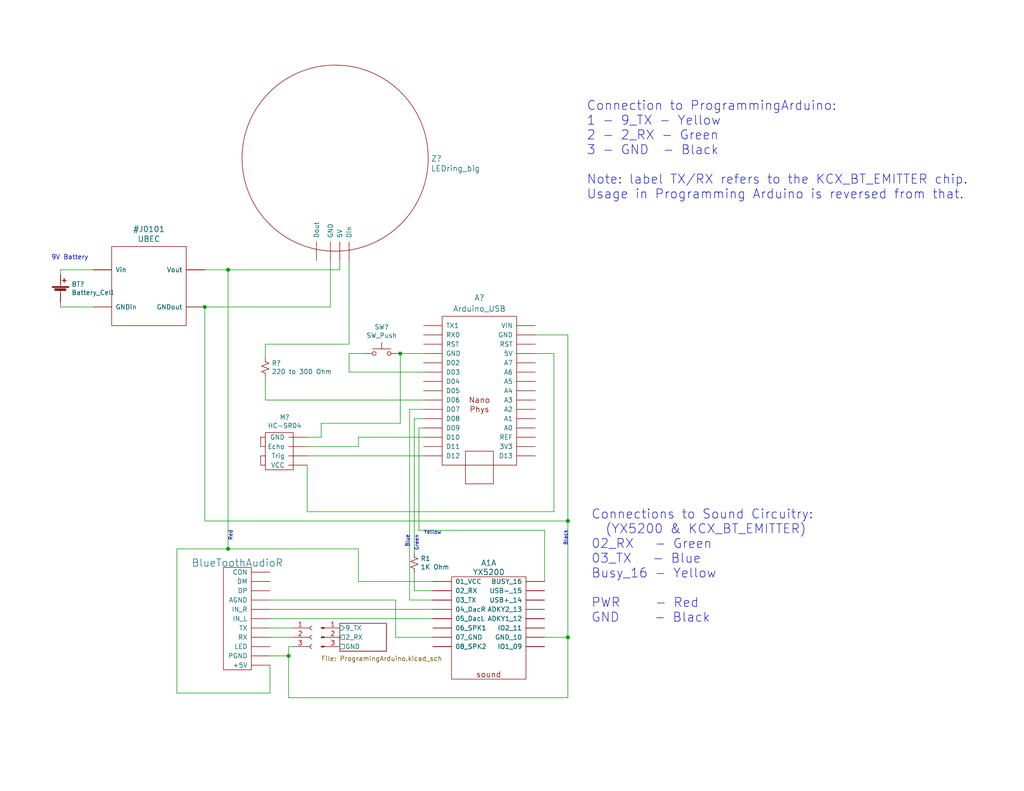
<source format=kicad_sch>
(kicad_sch (version 20230121) (generator eeschema)
  (paper "USLetter")
  (title_block (title "03 Sonar Range Detector - DemoReelSound") (date "2023-05-21") (company "Author: https://github.com/Mark-MDO47/ArduinoClass/tree/master") (comment 1 "NOTE: Chips & Modules shown top view, notch at top"))
  (lib_symbols
    (symbol "03_DemoReelSound-rescue:Arduino_USB-mdoLibrary" (pin_names (offset 1.016))
      (property "Reference" "A" (at 0 0 0))
      (property "Value" "mdoLibrary_Arduino_USB" (at 0 2.54 90))
      (symbol "Arduino_USB-mdoLibrary_0_0"
        (text "Nano" (at 0 -2.54 0) (effects (font (size 1.524 1.524))))
        (text "Phys" (at 0 -5.08 0) (effects (font (size 1.524 1.524))))
      )
      (symbol "Arduino_USB-mdoLibrary_1_1"
        (pin input line (at 15.24 -15.24 180) (length 5.08) (name "3V3") (number "~"))
        (pin input line (at 15.24 10.16 180) (length 5.08) (name "5V") (number "~"))
        (pin input line (at 15.24 -10.16 180) (length 5.08) (name "A0") (number "~"))
        (pin input line (at 15.24 -7.62 180) (length 5.08) (name "A1") (number "~"))
        (pin input line (at 15.24 -5.08 180) (length 5.08) (name "A2") (number "~"))
        (pin input line (at 15.24 -2.54 180) (length 5.08) (name "A3") (number "~"))
        (pin input line (at 15.24 0 180) (length 5.08) (name "A4") (number "~"))
        (pin input line (at 15.24 2.54 180) (length 5.08) (name "A5") (number "~"))
        (pin input line (at 15.24 5.08 180) (length 5.08) (name "A6") (number "~"))
        (pin input line (at 15.24 7.62 180) (length 5.08) (name "A7") (number "~"))
        (pin input line (at -15.24 7.62 0) (length 5.08) (name "D02") (number "~"))
        (pin input line (at -15.24 5.08 0) (length 5.08) (name "D03") (number "~"))
        (pin input line (at -15.24 2.54 0) (length 5.08) (name "D04") (number "~"))
        (pin input line (at -15.24 0 0) (length 5.08) (name "D05") (number "~"))
        (pin input line (at -15.24 -2.54 0) (length 5.08) (name "D06") (number "~"))
        (pin input line (at -15.24 -5.08 0) (length 5.08) (name "D07") (number "~"))
        (pin input line (at -15.24 -7.62 0) (length 5.08) (name "D08") (number "~"))
        (pin input line (at -15.24 -10.16 0) (length 5.08) (name "D09") (number "~"))
        (pin input line (at -15.24 -12.7 0) (length 5.08) (name "D10") (number "~"))
        (pin input line (at -15.24 -15.24 0) (length 5.08) (name "D11") (number "~"))
        (pin input line (at -15.24 -17.78 0) (length 5.08) (name "D12") (number "~"))
        (pin input line (at 15.24 -17.78 180) (length 5.08) (name "D13") (number "~"))
        (pin input line (at -15.24 10.16 0) (length 5.08) (name "GND") (number "~"))
        (pin input line (at 15.24 15.24 180) (length 5.08) (name "GND") (number "~"))
        (pin input line (at 15.24 -12.7 180) (length 5.08) (name "REF") (number "~"))
        (pin input line (at -15.24 12.7 0) (length 5.08) (name "RST") (number "~"))
        (pin input line (at 15.24 12.7 180) (length 5.08) (name "RST") (number "~"))
        (pin input line (at -15.24 15.24 0) (length 5.08) (name "RX0") (number "~"))
        (pin input line (at -15.24 17.78 0) (length 5.08) (name "TX1") (number "~"))
        (pin input line (at 15.24 17.78 180) (length 5.08) (name "VIN") (number "~"))
      )
    )
    (symbol "03_DemoReelSound-rescue:HC-SR04-mdoLibrary" (pin_numbers hide) (pin_names (offset 1.016))
      (property "Reference" "M" (at 0 2.54 0))
      (property "Value" "mdoLibrary_HC-SR04" (at 3.81 0 0))
      (symbol "HC-SR04-mdoLibrary_1_1"
        (pin output line (at 10.16 -5.08 180) (length 5.08) (name "Echo") (number "~"))
        (pin input line (at 10.16 -2.54 180) (length 5.08) (name "GND") (number "~"))
        (pin input line (at 10.16 -7.62 180) (length 5.08) (name "Trig") (number "~"))
        (pin input line (at 10.16 -10.16 180) (length 5.08) (name "VCC") (number "~"))
      )
    )
    (symbol "03_DemoReelSound-rescue:LEDring_big-mdoLibrary" (pin_names (offset 1.016))
      (property "Reference" "Z" (at 0 0 0))
      (property "Value" "mdoLibrary_LEDring_big" (at 0 3.81 0))
      (symbol "LEDring_big-mdoLibrary_1_0"
        (pin input line (at 1.27 -27.94 90) (length 5.08) (name "5V") (number "~"))
        (pin input line (at 3.81 -27.94 90) (length 5.08) (name "Din") (number "~"))
        (pin input line (at -5.08 -27.94 90) (length 5.08) (name "Dout") (number "~"))
        (pin input line (at -1.27 -27.94 90) (length 5.08) (name "GND") (number "~"))
      )
    )
    (symbol "03_DemoReelSound-rescue:UBEC-mdoLibrary" (power) (pin_names (offset 1.016))
      (property "Reference" "J" (at 0 0 0))
      (property "Value" "UBEC-mdoLibrary" (at 0 2.54 0))
      (symbol "UBEC-mdoLibrary_1_0"
        (pin input line (at -12.7 -3.81 0) (length 5.08) (name "GNDin") (number "~"))
        (pin input line (at 17.78 -3.81 180) (length 5.08) (name "GNDout") (number "~"))
        (pin input line (at -12.7 6.35 0) (length 5.08) (name "Vin") (number "~"))
        (pin input line (at 17.78 6.35 180) (length 5.08) (name "Vout") (number "~"))
      )
    )
    (symbol "Connector:Conn_01x03_Pin" (pin_names (offset 1.016) hide)
      (property "Reference" "J" (at 0 5.08 0))
      (property "Value" "Conn_01x03_Pin" (at 0 -5.08 0))
      (symbol "Conn_01x03_Pin_1_1"
        (pin passive line (at 5.08 2.54 180) (length 3.81) (name "Pin_1") (number "1"))
        (pin passive line (at 5.08 0 180) (length 3.81) (name "Pin_2") (number "2"))
        (pin passive line (at 5.08 -2.54 180) (length 3.81) (name "Pin_3") (number "3"))
      )
    )
    (symbol "Connector:Conn_01x03_Socket" (pin_names (offset 1.016) hide)
      (property "Reference" "J" (at 0 5.08 0))
      (property "Value" "Conn_01x03_Socket" (at 0 -5.08 0))
      (symbol "Conn_01x03_Socket_1_1"
        (pin passive line (at -5.08 2.54 0) (length 3.81) (name "Pin_1") (number "1"))
        (pin passive line (at -5.08 0 0) (length 3.81) (name "Pin_2") (number "2"))
        (pin passive line (at -5.08 -2.54 0) (length 3.81) (name "Pin_3") (number "3"))
      )
    )
    (symbol "Device:Battery_Cell" (pin_numbers hide) (pin_names (offset 0) hide)
      (property "Reference" "BT" (at 2.54 2.54 0))
      (property "Value" "Battery_Cell" (at 2.54 0 0))
      (symbol "Battery_Cell_1_1"
        (pin passive line (at 0 5.08 270) (length 2.54) (name "+") (number "1"))
        (pin passive line (at 0 -2.54 90) (length 2.54) (name "-") (number "2"))
      )
    )
    (symbol "Device:R_Small_US" (pin_numbers hide) (pin_names (offset 0.254) hide)
      (property "Reference" "R" (at 0.762 0.508 0))
      (property "Value" "R_Small_US" (at 0.762 -1.016 0))
      (symbol "R_Small_US_1_1"
        (pin passive line (at 0 2.54 270) (length 1.016) (name "~") (number "1"))
        (pin passive line (at 0 -2.54 90) (length 1.016) (name "~") (number "2"))
      )
    )
    (symbol "MDO:BlueToothAudioR" (pin_names (offset 1.016))
      (property "Value" "BlueToothAudioR" (at 0 2.54 0))
      (symbol "BlueToothAudioR_1_1"
        (pin input line (at 7.62 -26.67 180) (length 5.08) (name "+5V") (number "~"))
        (pin input line (at 7.62 -8.89 180) (length 5.08) (name "AGND") (number "~"))
        (pin input line (at 7.62 -1.27 180) (length 5.08) (name "CON") (number "~"))
        (pin input line (at 7.62 -3.81 180) (length 5.08) (name "DM") (number "~"))
        (pin input line (at 7.62 -6.35 180) (length 5.08) (name "DP") (number "~"))
        (pin input line (at 7.62 -13.97 180) (length 5.08) (name "IN_L") (number "~"))
        (pin input line (at 7.62 -11.43 180) (length 5.08) (name "IN_R") (number "~"))
        (pin input line (at 7.62 -21.59 180) (length 5.08) (name "LED") (number "~"))
        (pin input line (at 7.62 -24.13 180) (length 5.08) (name "PGND") (number "~"))
        (pin input line (at 7.62 -19.05 180) (length 5.08) (name "RX") (number "~"))
        (pin input line (at 7.62 -16.51 180) (length 5.08) (name "TX") (number "~"))
      )
    )
    (symbol "MDO:YX5200" (pin_names (offset 1.016))
      (property "Reference" "A" (at 0 -2.54 0))
      (property "Value" "YX5200" (at 0 -5.08 0))
      (symbol "YX5200_0_0"
        (text "sound" (at 0 -7.62 0) (effects (font (size 1.524 1.524))))
      )
      (symbol "YX5200_1_1"
        (pin input line (at -15.24 17.78 0) (length 5.08) (name "01_VCC") (number "~"))
        (pin input line (at -15.24 15.24 0) (length 5.08) (name "02_RX") (number "~"))
        (pin input line (at -15.24 12.7 0) (length 5.08) (name "03_TX") (number "~"))
        (pin input line (at -15.24 10.16 0) (length 5.08) (name "04_DacR") (number "~"))
        (pin input line (at -15.24 7.62 0) (length 5.08) (name "05_DacL") (number "~"))
        (pin input line (at -15.24 5.08 0) (length 5.08) (name "06_SPK1") (number "~"))
        (pin input line (at -15.24 2.54 0) (length 5.08) (name "07_GND") (number "~"))
        (pin input line (at -15.24 0 0) (length 5.08) (name "08_SPK2") (number "~"))
        (pin input line (at 15.24 7.62 180) (length 5.08) (name "ADKY1_12") (number "~"))
        (pin input line (at 15.24 10.16 180) (length 5.08) (name "ADKY2_13") (number "~"))
        (pin input line (at 15.24 17.78 180) (length 5.08) (name "BUSY_16") (number "~"))
        (pin input line (at 15.24 2.54 180) (length 5.08) (name "GND_10") (number "~"))
        (pin input line (at 15.24 0 180) (length 5.08) (name "IO1_09") (number "~"))
        (pin input line (at 15.24 5.08 180) (length 5.08) (name "IO2_11") (number "~"))
        (pin input line (at 15.24 12.7 180) (length 5.08) (name "USB+_14") (number "~"))
        (pin input line (at 15.24 15.24 180) (length 5.08) (name "USB-_15") (number "~"))
      )
      (symbol "YX5200_2_1"
        (pin input line (at -15.24 17.78 0) (length 5.08) (name "01_VCC") (number "~"))
        (pin input line (at -15.24 15.24 0) (length 5.08) (name "02_RX") (number "~"))
        (pin input line (at -15.24 12.7 0) (length 5.08) (name "03_TX") (number "~"))
        (pin input line (at -15.24 10.16 0) (length 5.08) (name "04_DacR") (number "~"))
        (pin input line (at -15.24 7.62 0) (length 5.08) (name "05_DacL") (number "~"))
        (pin input line (at -15.24 5.08 0) (length 5.08) (name "06_SPK1") (number "~"))
        (pin input line (at -15.24 2.54 0) (length 5.08) (name "07_GND") (number "~"))
        (pin input line (at -15.24 0 0) (length 5.08) (name "08_SPK2") (number "~"))
        (pin input line (at 15.24 7.62 180) (length 5.08) (name "ADKY1_12") (number "~"))
        (pin input line (at 15.24 10.16 180) (length 5.08) (name "ADKY2_13") (number "~"))
        (pin input line (at 15.24 17.78 180) (length 5.08) (name "BUSY_16") (number "~"))
        (pin input line (at 15.24 2.54 180) (length 5.08) (name "GND_10") (number "~"))
        (pin input line (at 15.24 0 180) (length 5.08) (name "IO1_09") (number "~"))
        (pin input line (at 15.24 5.08 180) (length 5.08) (name "IO2_11") (number "~"))
        (pin input line (at 15.24 12.7 180) (length 5.08) (name "USB+_14") (number "~"))
        (pin input line (at 15.24 15.24 180) (length 5.08) (name "USB-_15") (number "~"))
      )
      (symbol "YX5200_3_1"
        (pin input line (at -15.24 17.78 0) (length 5.08) (name "01_VCC") (number "~"))
        (pin input line (at -15.24 15.24 0) (length 5.08) (name "02_RX") (number "~"))
        (pin input line (at -15.24 12.7 0) (length 5.08) (name "03_TX") (number "~"))
        (pin input line (at -15.24 10.16 0) (length 5.08) (name "04_DacR") (number "~"))
        (pin input line (at -15.24 7.62 0) (length 5.08) (name "05_DacL") (number "~"))
        (pin input line (at -15.24 5.08 0) (length 5.08) (name "06_SPK1") (number "~"))
        (pin input line (at -15.24 2.54 0) (length 5.08) (name "07_GND") (number "~"))
        (pin input line (at -15.24 0 0) (length 5.08) (name "08_SPK2") (number "~"))
        (pin input line (at 15.24 7.62 180) (length 5.08) (name "ADKY1_12") (number "~"))
        (pin input line (at 15.24 10.16 180) (length 5.08) (name "ADKY2_13") (number "~"))
        (pin input line (at 15.24 17.78 180) (length 5.08) (name "BUSY_16") (number "~"))
        (pin input line (at 15.24 2.54 180) (length 5.08) (name "GND_10") (number "~"))
        (pin input line (at 15.24 0 180) (length 5.08) (name "IO1_09") (number "~"))
        (pin input line (at 15.24 5.08 180) (length 5.08) (name "IO2_11") (number "~"))
        (pin input line (at 15.24 12.7 180) (length 5.08) (name "USB+_14") (number "~"))
        (pin input line (at 15.24 15.24 180) (length 5.08) (name "USB-_15") (number "~"))
      )
      (symbol "YX5200_4_1"
        (pin input line (at -15.24 17.78 0) (length 5.08) (name "01_VCC") (number "~"))
        (pin input line (at -15.24 15.24 0) (length 5.08) (name "02_RX") (number "~"))
        (pin input line (at -15.24 12.7 0) (length 5.08) (name "03_TX") (number "~"))
        (pin input line (at -15.24 10.16 0) (length 5.08) (name "04_DacR") (number "~"))
        (pin input line (at -15.24 7.62 0) (length 5.08) (name "05_DacL") (number "~"))
        (pin input line (at -15.24 5.08 0) (length 5.08) (name "06_SPK1") (number "~"))
        (pin input line (at -15.24 2.54 0) (length 5.08) (name "07_GND") (number "~"))
        (pin input line (at -15.24 0 0) (length 5.08) (name "08_SPK2") (number "~"))
        (pin input line (at 15.24 7.62 180) (length 5.08) (name "ADKY1_12") (number "~"))
        (pin input line (at 15.24 10.16 180) (length 5.08) (name "ADKY2_13") (number "~"))
        (pin input line (at 15.24 17.78 180) (length 5.08) (name "BUSY_16") (number "~"))
        (pin input line (at 15.24 2.54 180) (length 5.08) (name "GND_10") (number "~"))
        (pin input line (at 15.24 0 180) (length 5.08) (name "IO1_09") (number "~"))
        (pin input line (at 15.24 5.08 180) (length 5.08) (name "IO2_11") (number "~"))
        (pin input line (at 15.24 12.7 180) (length 5.08) (name "USB+_14") (number "~"))
        (pin input line (at 15.24 15.24 180) (length 5.08) (name "USB-_15") (number "~"))
      )
      (symbol "YX5200_5_1"
        (pin input line (at -15.24 17.78 0) (length 5.08) (name "01_VCC") (number "~"))
        (pin input line (at -15.24 15.24 0) (length 5.08) (name "02_RX") (number "~"))
        (pin input line (at -15.24 12.7 0) (length 5.08) (name "03_TX") (number "~"))
        (pin input line (at -15.24 10.16 0) (length 5.08) (name "04_DacR") (number "~"))
        (pin input line (at -15.24 7.62 0) (length 5.08) (name "05_DacL") (number "~"))
        (pin input line (at -15.24 5.08 0) (length 5.08) (name "06_SPK1") (number "~"))
        (pin input line (at -15.24 2.54 0) (length 5.08) (name "07_GND") (number "~"))
        (pin input line (at -15.24 0 0) (length 5.08) (name "08_SPK2") (number "~"))
        (pin input line (at 15.24 7.62 180) (length 5.08) (name "ADKY1_12") (number "~"))
        (pin input line (at 15.24 10.16 180) (length 5.08) (name "ADKY2_13") (number "~"))
        (pin input line (at 15.24 17.78 180) (length 5.08) (name "BUSY_16") (number "~"))
        (pin input line (at 15.24 2.54 180) (length 5.08) (name "GND_10") (number "~"))
        (pin input line (at 15.24 0 180) (length 5.08) (name "IO1_09") (number "~"))
        (pin input line (at 15.24 5.08 180) (length 5.08) (name "IO2_11") (number "~"))
        (pin input line (at 15.24 12.7 180) (length 5.08) (name "USB+_14") (number "~"))
        (pin input line (at 15.24 15.24 180) (length 5.08) (name "USB-_15") (number "~"))
      )
      (symbol "YX5200_6_1"
        (pin input line (at -15.24 17.78 0) (length 5.08) (name "01_VCC") (number "~"))
        (pin input line (at -15.24 15.24 0) (length 5.08) (name "02_RX") (number "~"))
        (pin input line (at -15.24 12.7 0) (length 5.08) (name "03_TX") (number "~"))
        (pin input line (at -15.24 10.16 0) (length 5.08) (name "04_DacR") (number "~"))
        (pin input line (at -15.24 7.62 0) (length 5.08) (name "05_DacL") (number "~"))
        (pin input line (at -15.24 5.08 0) (length 5.08) (name "06_SPK1") (number "~"))
        (pin input line (at -15.24 2.54 0) (length 5.08) (name "07_GND") (number "~"))
        (pin input line (at -15.24 0 0) (length 5.08) (name "08_SPK2") (number "~"))
        (pin input line (at 15.24 7.62 180) (length 5.08) (name "ADKY1_12") (number "~"))
        (pin input line (at 15.24 10.16 180) (length 5.08) (name "ADKY2_13") (number "~"))
        (pin input line (at 15.24 17.78 180) (length 5.08) (name "BUSY_16") (number "~"))
        (pin input line (at 15.24 2.54 180) (length 5.08) (name "GND_10") (number "~"))
        (pin input line (at 15.24 0 180) (length 5.08) (name "IO1_09") (number "~"))
        (pin input line (at 15.24 5.08 180) (length 5.08) (name "IO2_11") (number "~"))
        (pin input line (at 15.24 12.7 180) (length 5.08) (name "USB+_14") (number "~"))
        (pin input line (at 15.24 15.24 180) (length 5.08) (name "USB-_15") (number "~"))
      )
      (symbol "YX5200_7_1"
        (pin input line (at -15.24 17.78 0) (length 5.08) (name "01_VCC") (number "~"))
        (pin input line (at -15.24 15.24 0) (length 5.08) (name "02_RX") (number "~"))
        (pin input line (at -15.24 12.7 0) (length 5.08) (name "03_TX") (number "~"))
        (pin input line (at -15.24 10.16 0) (length 5.08) (name "04_DacR") (number "~"))
        (pin input line (at -15.24 7.62 0) (length 5.08) (name "05_DacL") (number "~"))
        (pin input line (at -15.24 5.08 0) (length 5.08) (name "06_SPK1") (number "~"))
        (pin input line (at -15.24 2.54 0) (length 5.08) (name "07_GND") (number "~"))
        (pin input line (at -15.24 0 0) (length 5.08) (name "08_SPK2") (number "~"))
        (pin input line (at 15.24 7.62 180) (length 5.08) (name "ADKY1_12") (number "~"))
        (pin input line (at 15.24 10.16 180) (length 5.08) (name "ADKY2_13") (number "~"))
        (pin input line (at 15.24 17.78 180) (length 5.08) (name "BUSY_16") (number "~"))
        (pin input line (at 15.24 2.54 180) (length 5.08) (name "GND_10") (number "~"))
        (pin input line (at 15.24 0 180) (length 5.08) (name "IO1_09") (number "~"))
        (pin input line (at 15.24 5.08 180) (length 5.08) (name "IO2_11") (number "~"))
        (pin input line (at 15.24 12.7 180) (length 5.08) (name "USB+_14") (number "~"))
        (pin input line (at 15.24 15.24 180) (length 5.08) (name "USB-_15") (number "~"))
      )
      (symbol "YX5200_8_1"
        (pin input line (at -15.24 17.78 0) (length 5.08) (name "01_VCC") (number "~"))
        (pin input line (at -15.24 15.24 0) (length 5.08) (name "02_RX") (number "~"))
        (pin input line (at -15.24 12.7 0) (length 5.08) (name "03_TX") (number "~"))
        (pin input line (at -15.24 10.16 0) (length 5.08) (name "04_DacR") (number "~"))
        (pin input line (at -15.24 7.62 0) (length 5.08) (name "05_DacL") (number "~"))
        (pin input line (at -15.24 5.08 0) (length 5.08) (name "06_SPK1") (number "~"))
        (pin input line (at -15.24 2.54 0) (length 5.08) (name "07_GND") (number "~"))
        (pin input line (at -15.24 0 0) (length 5.08) (name "08_SPK2") (number "~"))
        (pin input line (at 15.24 7.62 180) (length 5.08) (name "ADKY1_12") (number "~"))
        (pin input line (at 15.24 10.16 180) (length 5.08) (name "ADKY2_13") (number "~"))
        (pin input line (at 15.24 17.78 180) (length 5.08) (name "BUSY_16") (number "~"))
        (pin input line (at 15.24 2.54 180) (length 5.08) (name "GND_10") (number "~"))
        (pin input line (at 15.24 0 180) (length 5.08) (name "IO1_09") (number "~"))
        (pin input line (at 15.24 5.08 180) (length 5.08) (name "IO2_11") (number "~"))
        (pin input line (at 15.24 12.7 180) (length 5.08) (name "USB+_14") (number "~"))
        (pin input line (at 15.24 15.24 180) (length 5.08) (name "USB-_15") (number "~"))
      )
      (symbol "YX5200_9_1"
        (pin input line (at -15.24 17.78 0) (length 5.08) (name "01_VCC") (number "~"))
        (pin input line (at -15.24 15.24 0) (length 5.08) (name "02_RX") (number "~"))
        (pin input line (at -15.24 12.7 0) (length 5.08) (name "03_TX") (number "~"))
        (pin input line (at -15.24 10.16 0) (length 5.08) (name "04_DacR") (number "~"))
        (pin input line (at -15.24 7.62 0) (length 5.08) (name "05_DacL") (number "~"))
        (pin input line (at -15.24 5.08 0) (length 5.08) (name "06_SPK1") (number "~"))
        (pin input line (at -15.24 2.54 0) (length 5.08) (name "07_GND") (number "~"))
        (pin input line (at -15.24 0 0) (length 5.08) (name "08_SPK2") (number "~"))
        (pin input line (at 15.24 7.62 180) (length 5.08) (name "ADKY1_12") (number "~"))
        (pin input line (at 15.24 10.16 180) (length 5.08) (name "ADKY2_13") (number "~"))
        (pin input line (at 15.24 17.78 180) (length 5.08) (name "BUSY_16") (number "~"))
        (pin input line (at 15.24 2.54 180) (length 5.08) (name "GND_10") (number "~"))
        (pin input line (at 15.24 0 180) (length 5.08) (name "IO1_09") (number "~"))
        (pin input line (at 15.24 5.08 180) (length 5.08) (name "IO2_11") (number "~"))
        (pin input line (at 15.24 12.7 180) (length 5.08) (name "USB+_14") (number "~"))
        (pin input line (at 15.24 15.24 180) (length 5.08) (name "USB-_15") (number "~"))
      )
      (symbol "YX5200_10_1"
        (pin input line (at -15.24 17.78 0) (length 5.08) (name "01_VCC") (number "~"))
        (pin input line (at -15.24 15.24 0) (length 5.08) (name "02_RX") (number "~"))
        (pin input line (at -15.24 12.7 0) (length 5.08) (name "03_TX") (number "~"))
        (pin input line (at -15.24 10.16 0) (length 5.08) (name "04_DacR") (number "~"))
        (pin input line (at -15.24 7.62 0) (length 5.08) (name "05_DacL") (number "~"))
        (pin input line (at -15.24 5.08 0) (length 5.08) (name "06_SPK1") (number "~"))
        (pin input line (at -15.24 2.54 0) (length 5.08) (name "07_GND") (number "~"))
        (pin input line (at -15.24 0 0) (length 5.08) (name "08_SPK2") (number "~"))
        (pin input line (at 15.24 7.62 180) (length 5.08) (name "ADKY1_12") (number "~"))
        (pin input line (at 15.24 10.16 180) (length 5.08) (name "ADKY2_13") (number "~"))
        (pin input line (at 15.24 17.78 180) (length 5.08) (name "BUSY_16") (number "~"))
        (pin input line (at 15.24 2.54 180) (length 5.08) (name "GND_10") (number "~"))
        (pin input line (at 15.24 0 180) (length 5.08) (name "IO1_09") (number "~"))
        (pin input line (at 15.24 5.08 180) (length 5.08) (name "IO2_11") (number "~"))
        (pin input line (at 15.24 12.7 180) (length 5.08) (name "USB+_14") (number "~"))
        (pin input line (at 15.24 15.24 180) (length 5.08) (name "USB-_15") (number "~"))
      )
      (symbol "YX5200_11_1"
        (pin input line (at -15.24 17.78 0) (length 5.08) (name "01_VCC") (number "~"))
        (pin input line (at -15.24 15.24 0) (length 5.08) (name "02_RX") (number "~"))
        (pin input line (at -15.24 12.7 0) (length 5.08) (name "03_TX") (number "~"))
        (pin input line (at -15.24 10.16 0) (length 5.08) (name "04_DacR") (number "~"))
        (pin input line (at -15.24 7.62 0) (length 5.08) (name "05_DacL") (number "~"))
        (pin input line (at -15.24 5.08 0) (length 5.08) (name "06_SPK1") (number "~"))
        (pin input line (at -15.24 2.54 0) (length 5.08) (name "07_GND") (number "~"))
        (pin input line (at -15.24 0 0) (length 5.08) (name "08_SPK2") (number "~"))
        (pin input line (at 15.24 7.62 180) (length 5.08) (name "ADKY1_12") (number "~"))
        (pin input line (at 15.24 10.16 180) (length 5.08) (name "ADKY2_13") (number "~"))
        (pin input line (at 15.24 17.78 180) (length 5.08) (name "BUSY_16") (number "~"))
        (pin input line (at 15.24 2.54 180) (length 5.08) (name "GND_10") (number "~"))
        (pin input line (at 15.24 0 180) (length 5.08) (name "IO1_09") (number "~"))
        (pin input line (at 15.24 5.08 180) (length 5.08) (name "IO2_11") (number "~"))
        (pin input line (at 15.24 12.7 180) (length 5.08) (name "USB+_14") (number "~"))
        (pin input line (at 15.24 15.24 180) (length 5.08) (name "USB-_15") (number "~"))
      )
      (symbol "YX5200_12_1"
        (pin input line (at -15.24 17.78 0) (length 5.08) (name "01_VCC") (number "~"))
        (pin input line (at -15.24 15.24 0) (length 5.08) (name "02_RX") (number "~"))
        (pin input line (at -15.24 12.7 0) (length 5.08) (name "03_TX") (number "~"))
        (pin input line (at -15.24 10.16 0) (length 5.08) (name "04_DacR") (number "~"))
        (pin input line (at -15.24 7.62 0) (length 5.08) (name "05_DacL") (number "~"))
        (pin input line (at -15.24 5.08 0) (length 5.08) (name "06_SPK1") (number "~"))
        (pin input line (at -15.24 2.54 0) (length 5.08) (name "07_GND") (number "~"))
        (pin input line (at -15.24 0 0) (length 5.08) (name "08_SPK2") (number "~"))
        (pin input line (at 15.24 7.62 180) (length 5.08) (name "ADKY1_12") (number "~"))
        (pin input line (at 15.24 10.16 180) (length 5.08) (name "ADKY2_13") (number "~"))
        (pin input line (at 15.24 17.78 180) (length 5.08) (name "BUSY_16") (number "~"))
        (pin input line (at 15.24 2.54 180) (length 5.08) (name "GND_10") (number "~"))
        (pin input line (at 15.24 0 180) (length 5.08) (name "IO1_09") (number "~"))
        (pin input line (at 15.24 5.08 180) (length 5.08) (name "IO2_11") (number "~"))
        (pin input line (at 15.24 12.7 180) (length 5.08) (name "USB+_14") (number "~"))
        (pin input line (at 15.24 15.24 180) (length 5.08) (name "USB-_15") (number "~"))
      )
      (symbol "YX5200_13_1"
        (pin input line (at -15.24 17.78 0) (length 5.08) (name "01_VCC") (number "~"))
        (pin input line (at -15.24 15.24 0) (length 5.08) (name "02_RX") (number "~"))
        (pin input line (at -15.24 12.7 0) (length 5.08) (name "03_TX") (number "~"))
        (pin input line (at -15.24 10.16 0) (length 5.08) (name "04_DacR") (number "~"))
        (pin input line (at -15.24 7.62 0) (length 5.08) (name "05_DacL") (number "~"))
        (pin input line (at -15.24 5.08 0) (length 5.08) (name "06_SPK1") (number "~"))
        (pin input line (at -15.24 2.54 0) (length 5.08) (name "07_GND") (number "~"))
        (pin input line (at -15.24 0 0) (length 5.08) (name "08_SPK2") (number "~"))
        (pin input line (at 15.24 7.62 180) (length 5.08) (name "ADKY1_12") (number "~"))
        (pin input line (at 15.24 10.16 180) (length 5.08) (name "ADKY2_13") (number "~"))
        (pin input line (at 15.24 17.78 180) (length 5.08) (name "BUSY_16") (number "~"))
        (pin input line (at 15.24 2.54 180) (length 5.08) (name "GND_10") (number "~"))
        (pin input line (at 15.24 0 180) (length 5.08) (name "IO1_09") (number "~"))
        (pin input line (at 15.24 5.08 180) (length 5.08) (name "IO2_11") (number "~"))
        (pin input line (at 15.24 12.7 180) (length 5.08) (name "USB+_14") (number "~"))
        (pin input line (at 15.24 15.24 180) (length 5.08) (name "USB-_15") (number "~"))
      )
      (symbol "YX5200_14_1"
        (pin input line (at -15.24 17.78 0) (length 5.08) (name "01_VCC") (number "~"))
        (pin input line (at -15.24 15.24 0) (length 5.08) (name "02_RX") (number "~"))
        (pin input line (at -15.24 12.7 0) (length 5.08) (name "03_TX") (number "~"))
        (pin input line (at -15.24 10.16 0) (length 5.08) (name "04_DacR") (number "~"))
        (pin input line (at -15.24 7.62 0) (length 5.08) (name "05_DacL") (number "~"))
        (pin input line (at -15.24 5.08 0) (length 5.08) (name "06_SPK1") (number "~"))
        (pin input line (at -15.24 2.54 0) (length 5.08) (name "07_GND") (number "~"))
        (pin input line (at -15.24 0 0) (length 5.08) (name "08_SPK2") (number "~"))
        (pin input line (at 15.24 7.62 180) (length 5.08) (name "ADKY1_12") (number "~"))
        (pin input line (at 15.24 10.16 180) (length 5.08) (name "ADKY2_13") (number "~"))
        (pin input line (at 15.24 17.78 180) (length 5.08) (name "BUSY_16") (number "~"))
        (pin input line (at 15.24 2.54 180) (length 5.08) (name "GND_10") (number "~"))
        (pin input line (at 15.24 0 180) (length 5.08) (name "IO1_09") (number "~"))
        (pin input line (at 15.24 5.08 180) (length 5.08) (name "IO2_11") (number "~"))
        (pin input line (at 15.24 12.7 180) (length 5.08) (name "USB+_14") (number "~"))
        (pin input line (at 15.24 15.24 180) (length 5.08) (name "USB-_15") (number "~"))
      )
      (symbol "YX5200_15_1"
        (pin input line (at -15.24 17.78 0) (length 5.08) (name "01_VCC") (number "~"))
        (pin input line (at -15.24 15.24 0) (length 5.08) (name "02_RX") (number "~"))
        (pin input line (at -15.24 12.7 0) (length 5.08) (name "03_TX") (number "~"))
        (pin input line (at -15.24 10.16 0) (length 5.08) (name "04_DacR") (number "~"))
        (pin input line (at -15.24 7.62 0) (length 5.08) (name "05_DacL") (number "~"))
        (pin input line (at -15.24 5.08 0) (length 5.08) (name "06_SPK1") (number "~"))
        (pin input line (at -15.24 2.54 0) (length 5.08) (name "07_GND") (number "~"))
        (pin input line (at -15.24 0 0) (length 5.08) (name "08_SPK2") (number "~"))
        (pin input line (at 15.24 7.62 180) (length 5.08) (name "ADKY1_12") (number "~"))
        (pin input line (at 15.24 10.16 180) (length 5.08) (name "ADKY2_13") (number "~"))
        (pin input line (at 15.24 17.78 180) (length 5.08) (name "BUSY_16") (number "~"))
        (pin input line (at 15.24 2.54 180) (length 5.08) (name "GND_10") (number "~"))
        (pin input line (at 15.24 0 180) (length 5.08) (name "IO1_09") (number "~"))
        (pin input line (at 15.24 5.08 180) (length 5.08) (name "IO2_11") (number "~"))
        (pin input line (at 15.24 12.7 180) (length 5.08) (name "USB+_14") (number "~"))
        (pin input line (at 15.24 15.24 180) (length 5.08) (name "USB-_15") (number "~"))
      )
      (symbol "YX5200_16_1"
        (pin input line (at -15.24 17.78 0) (length 5.08) (name "01_VCC") (number "~"))
        (pin input line (at -15.24 15.24 0) (length 5.08) (name "02_RX") (number "~"))
        (pin input line (at -15.24 12.7 0) (length 5.08) (name "03_TX") (number "~"))
        (pin input line (at -15.24 10.16 0) (length 5.08) (name "04_DacR") (number "~"))
        (pin input line (at -15.24 7.62 0) (length 5.08) (name "05_DacL") (number "~"))
        (pin input line (at -15.24 5.08 0) (length 5.08) (name "06_SPK1") (number "~"))
        (pin input line (at -15.24 2.54 0) (length 5.08) (name "07_GND") (number "~"))
        (pin input line (at -15.24 0 0) (length 5.08) (name "08_SPK2") (number "~"))
        (pin input line (at 15.24 7.62 180) (length 5.08) (name "ADKY1_12") (number "~"))
        (pin input line (at 15.24 10.16 180) (length 5.08) (name "ADKY2_13") (number "~"))
        (pin input line (at 15.24 17.78 180) (length 5.08) (name "BUSY_16") (number "~"))
        (pin input line (at 15.24 2.54 180) (length 5.08) (name "GND_10") (number "~"))
        (pin input line (at 15.24 0 180) (length 5.08) (name "IO1_09") (number "~"))
        (pin input line (at 15.24 5.08 180) (length 5.08) (name "IO2_11") (number "~"))
        (pin input line (at 15.24 12.7 180) (length 5.08) (name "USB+_14") (number "~"))
        (pin input line (at 15.24 15.24 180) (length 5.08) (name "USB-_15") (number "~"))
      )
      (symbol "YX5200_17_1"
        (pin input line (at -15.24 17.78 0) (length 5.08) (name "01_VCC") (number "~"))
        (pin input line (at -15.24 15.24 0) (length 5.08) (name "02_RX") (number "~"))
        (pin input line (at -15.24 12.7 0) (length 5.08) (name "03_TX") (number "~"))
        (pin input line (at -15.24 10.16 0) (length 5.08) (name "04_DacR") (number "~"))
        (pin input line (at -15.24 7.62 0) (length 5.08) (name "05_DacL") (number "~"))
        (pin input line (at -15.24 5.08 0) (length 5.08) (name "06_SPK1") (number "~"))
        (pin input line (at -15.24 2.54 0) (length 5.08) (name "07_GND") (number "~"))
        (pin input line (at -15.24 0 0) (length 5.08) (name "08_SPK2") (number "~"))
        (pin input line (at 15.24 7.62 180) (length 5.08) (name "ADKY1_12") (number "~"))
        (pin input line (at 15.24 10.16 180) (length 5.08) (name "ADKY2_13") (number "~"))
        (pin input line (at 15.24 17.78 180) (length 5.08) (name "BUSY_16") (number "~"))
        (pin input line (at 15.24 2.54 180) (length 5.08) (name "GND_10") (number "~"))
        (pin input line (at 15.24 0 180) (length 5.08) (name "IO1_09") (number "~"))
        (pin input line (at 15.24 5.08 180) (length 5.08) (name "IO2_11") (number "~"))
        (pin input line (at 15.24 12.7 180) (length 5.08) (name "USB+_14") (number "~"))
        (pin input line (at 15.24 15.24 180) (length 5.08) (name "USB-_15") (number "~"))
      )
      (symbol "YX5200_18_1"
        (pin input line (at -15.24 17.78 0) (length 5.08) (name "01_VCC") (number "~"))
        (pin input line (at -15.24 15.24 0) (length 5.08) (name "02_RX") (number "~"))
        (pin input line (at -15.24 12.7 0) (length 5.08) (name "03_TX") (number "~"))
        (pin input line (at -15.24 10.16 0) (length 5.08) (name "04_DacR") (number "~"))
        (pin input line (at -15.24 7.62 0) (length 5.08) (name "05_DacL") (number "~"))
        (pin input line (at -15.24 5.08 0) (length 5.08) (name "06_SPK1") (number "~"))
        (pin input line (at -15.24 2.54 0) (length 5.08) (name "07_GND") (number "~"))
        (pin input line (at -15.24 0 0) (length 5.08) (name "08_SPK2") (number "~"))
        (pin input line (at 15.24 7.62 180) (length 5.08) (name "ADKY1_12") (number "~"))
        (pin input line (at 15.24 10.16 180) (length 5.08) (name "ADKY2_13") (number "~"))
        (pin input line (at 15.24 17.78 180) (length 5.08) (name "BUSY_16") (number "~"))
        (pin input line (at 15.24 2.54 180) (length 5.08) (name "GND_10") (number "~"))
        (pin input line (at 15.24 0 180) (length 5.08) (name "IO1_09") (number "~"))
        (pin input line (at 15.24 5.08 180) (length 5.08) (name "IO2_11") (number "~"))
        (pin input line (at 15.24 12.7 180) (length 5.08) (name "USB+_14") (number "~"))
        (pin input line (at 15.24 15.24 180) (length 5.08) (name "USB-_15") (number "~"))
      )
      (symbol "YX5200_19_1"
        (pin input line (at -15.24 17.78 0) (length 5.08) (name "01_VCC") (number "~"))
        (pin input line (at -15.24 15.24 0) (length 5.08) (name "02_RX") (number "~"))
        (pin input line (at -15.24 12.7 0) (length 5.08) (name "03_TX") (number "~"))
        (pin input line (at -15.24 10.16 0) (length 5.08) (name "04_DacR") (number "~"))
        (pin input line (at -15.24 7.62 0) (length 5.08) (name "05_DacL") (number "~"))
        (pin input line (at -15.24 5.08 0) (length 5.08) (name "06_SPK1") (number "~"))
        (pin input line (at -15.24 2.54 0) (length 5.08) (name "07_GND") (number "~"))
        (pin input line (at -15.24 0 0) (length 5.08) (name "08_SPK2") (number "~"))
        (pin input line (at 15.24 7.62 180) (length 5.08) (name "ADKY1_12") (number "~"))
        (pin input line (at 15.24 10.16 180) (length 5.08) (name "ADKY2_13") (number "~"))
        (pin input line (at 15.24 17.78 180) (length 5.08) (name "BUSY_16") (number "~"))
        (pin input line (at 15.24 2.54 180) (length 5.08) (name "GND_10") (number "~"))
        (pin input line (at 15.24 0 180) (length 5.08) (name "IO1_09") (number "~"))
        (pin input line (at 15.24 5.08 180) (length 5.08) (name "IO2_11") (number "~"))
        (pin input line (at 15.24 12.7 180) (length 5.08) (name "USB+_14") (number "~"))
        (pin input line (at 15.24 15.24 180) (length 5.08) (name "USB-_15") (number "~"))
      )
      (symbol "YX5200_20_1"
        (pin input line (at -15.24 17.78 0) (length 5.08) (name "01_VCC") (number "~"))
        (pin input line (at -15.24 15.24 0) (length 5.08) (name "02_RX") (number "~"))
        (pin input line (at -15.24 12.7 0) (length 5.08) (name "03_TX") (number "~"))
        (pin input line (at -15.24 10.16 0) (length 5.08) (name "04_DacR") (number "~"))
        (pin input line (at -15.24 7.62 0) (length 5.08) (name "05_DacL") (number "~"))
        (pin input line (at -15.24 5.08 0) (length 5.08) (name "06_SPK1") (number "~"))
        (pin input line (at -15.24 2.54 0) (length 5.08) (name "07_GND") (number "~"))
        (pin input line (at -15.24 0 0) (length 5.08) (name "08_SPK2") (number "~"))
        (pin input line (at 15.24 7.62 180) (length 5.08) (name "ADKY1_12") (number "~"))
        (pin input line (at 15.24 10.16 180) (length 5.08) (name "ADKY2_13") (number "~"))
        (pin input line (at 15.24 17.78 180) (length 5.08) (name "BUSY_16") (number "~"))
        (pin input line (at 15.24 2.54 180) (length 5.08) (name "GND_10") (number "~"))
        (pin input line (at 15.24 0 180) (length 5.08) (name "IO1_09") (number "~"))
        (pin input line (at 15.24 5.08 180) (length 5.08) (name "IO2_11") (number "~"))
        (pin input line (at 15.24 12.7 180) (length 5.08) (name "USB+_14") (number "~"))
        (pin input line (at 15.24 15.24 180) (length 5.08) (name "USB-_15") (number "~"))
      )
      (symbol "YX5200_21_1"
        (pin input line (at -15.24 17.78 0) (length 5.08) (name "01_VCC") (number "~"))
        (pin input line (at -15.24 15.24 0) (length 5.08) (name "02_RX") (number "~"))
        (pin input line (at -15.24 12.7 0) (length 5.08) (name "03_TX") (number "~"))
        (pin input line (at -15.24 10.16 0) (length 5.08) (name "04_DacR") (number "~"))
        (pin input line (at -15.24 7.62 0) (length 5.08) (name "05_DacL") (number "~"))
        (pin input line (at -15.24 5.08 0) (length 5.08) (name "06_SPK1") (number "~"))
        (pin input line (at -15.24 2.54 0) (length 5.08) (name "07_GND") (number "~"))
        (pin input line (at -15.24 0 0) (length 5.08) (name "08_SPK2") (number "~"))
        (pin input line (at 15.24 7.62 180) (length 5.08) (name "ADKY1_12") (number "~"))
        (pin input line (at 15.24 10.16 180) (length 5.08) (name "ADKY2_13") (number "~"))
        (pin input line (at 15.24 17.78 180) (length 5.08) (name "BUSY_16") (number "~"))
        (pin input line (at 15.24 2.54 180) (length 5.08) (name "GND_10") (number "~"))
        (pin input line (at 15.24 0 180) (length 5.08) (name "IO1_09") (number "~"))
        (pin input line (at 15.24 5.08 180) (length 5.08) (name "IO2_11") (number "~"))
        (pin input line (at 15.24 12.7 180) (length 5.08) (name "USB+_14") (number "~"))
        (pin input line (at 15.24 15.24 180) (length 5.08) (name "USB-_15") (number "~"))
      )
      (symbol "YX5200_22_1"
        (pin input line (at -15.24 17.78 0) (length 5.08) (name "01_VCC") (number "~"))
        (pin input line (at -15.24 15.24 0) (length 5.08) (name "02_RX") (number "~"))
        (pin input line (at -15.24 12.7 0) (length 5.08) (name "03_TX") (number "~"))
        (pin input line (at -15.24 10.16 0) (length 5.08) (name "04_DacR") (number "~"))
        (pin input line (at -15.24 7.62 0) (length 5.08) (name "05_DacL") (number "~"))
        (pin input line (at -15.24 5.08 0) (length 5.08) (name "06_SPK1") (number "~"))
        (pin input line (at -15.24 2.54 0) (length 5.08) (name "07_GND") (number "~"))
        (pin input line (at -15.24 0 0) (length 5.08) (name "08_SPK2") (number "~"))
        (pin input line (at 15.24 7.62 180) (length 5.08) (name "ADKY1_12") (number "~"))
        (pin input line (at 15.24 10.16 180) (length 5.08) (name "ADKY2_13") (number "~"))
        (pin input line (at 15.24 17.78 180) (length 5.08) (name "BUSY_16") (number "~"))
        (pin input line (at 15.24 2.54 180) (length 5.08) (name "GND_10") (number "~"))
        (pin input line (at 15.24 0 180) (length 5.08) (name "IO1_09") (number "~"))
        (pin input line (at 15.24 5.08 180) (length 5.08) (name "IO2_11") (number "~"))
        (pin input line (at 15.24 12.7 180) (length 5.08) (name "USB+_14") (number "~"))
        (pin input line (at 15.24 15.24 180) (length 5.08) (name "USB-_15") (number "~"))
      )
      (symbol "YX5200_23_1"
        (pin input line (at -15.24 17.78 0) (length 5.08) (name "01_VCC") (number "~"))
        (pin input line (at -15.24 15.24 0) (length 5.08) (name "02_RX") (number "~"))
        (pin input line (at -15.24 12.7 0) (length 5.08) (name "03_TX") (number "~"))
        (pin input line (at -15.24 10.16 0) (length 5.08) (name "04_DacR") (number "~"))
        (pin input line (at -15.24 7.62 0) (length 5.08) (name "05_DacL") (number "~"))
        (pin input line (at -15.24 5.08 0) (length 5.08) (name "06_SPK1") (number "~"))
        (pin input line (at -15.24 2.54 0) (length 5.08) (name "07_GND") (number "~"))
        (pin input line (at -15.24 0 0) (length 5.08) (name "08_SPK2") (number "~"))
        (pin input line (at 15.24 7.62 180) (length 5.08) (name "ADKY1_12") (number "~"))
        (pin input line (at 15.24 10.16 180) (length 5.08) (name "ADKY2_13") (number "~"))
        (pin input line (at 15.24 17.78 180) (length 5.08) (name "BUSY_16") (number "~"))
        (pin input line (at 15.24 2.54 180) (length 5.08) (name "GND_10") (number "~"))
        (pin input line (at 15.24 0 180) (length 5.08) (name "IO1_09") (number "~"))
        (pin input line (at 15.24 5.08 180) (length 5.08) (name "IO2_11") (number "~"))
        (pin input line (at 15.24 12.7 180) (length 5.08) (name "USB+_14") (number "~"))
        (pin input line (at 15.24 15.24 180) (length 5.08) (name "USB-_15") (number "~"))
      )
      (symbol "YX5200_24_1"
        (pin input line (at -15.24 17.78 0) (length 5.08) (name "01_VCC") (number "~"))
        (pin input line (at -15.24 15.24 0) (length 5.08) (name "02_RX") (number "~"))
        (pin input line (at -15.24 12.7 0) (length 5.08) (name "03_TX") (number "~"))
        (pin input line (at -15.24 10.16 0) (length 5.08) (name "04_DacR") (number "~"))
        (pin input line (at -15.24 7.62 0) (length 5.08) (name "05_DacL") (number "~"))
        (pin input line (at -15.24 5.08 0) (length 5.08) (name "06_SPK1") (number "~"))
        (pin input line (at -15.24 2.54 0) (length 5.08) (name "07_GND") (number "~"))
        (pin input line (at -15.24 0 0) (length 5.08) (name "08_SPK2") (number "~"))
        (pin input line (at 15.24 7.62 180) (length 5.08) (name "ADKY1_12") (number "~"))
        (pin input line (at 15.24 10.16 180) (length 5.08) (name "ADKY2_13") (number "~"))
        (pin input line (at 15.24 17.78 180) (length 5.08) (name "BUSY_16") (number "~"))
        (pin input line (at 15.24 2.54 180) (length 5.08) (name "GND_10") (number "~"))
        (pin input line (at 15.24 0 180) (length 5.08) (name "IO1_09") (number "~"))
        (pin input line (at 15.24 5.08 180) (length 5.08) (name "IO2_11") (number "~"))
        (pin input line (at 15.24 12.7 180) (length 5.08) (name "USB+_14") (number "~"))
        (pin input line (at 15.24 15.24 180) (length 5.08) (name "USB-_15") (number "~"))
      )
      (symbol "YX5200_25_1"
        (pin input line (at -15.24 17.78 0) (length 5.08) (name "01_VCC") (number "~"))
        (pin input line (at -15.24 15.24 0) (length 5.08) (name "02_RX") (number "~"))
        (pin input line (at -15.24 12.7 0) (length 5.08) (name "03_TX") (number "~"))
        (pin input line (at -15.24 10.16 0) (length 5.08) (name "04_DacR") (number "~"))
        (pin input line (at -15.24 7.62 0) (length 5.08) (name "05_DacL") (number "~"))
        (pin input line (at -15.24 5.08 0) (length 5.08) (name "06_SPK1") (number "~"))
        (pin input line (at -15.24 2.54 0) (length 5.08) (name "07_GND") (number "~"))
        (pin input line (at -15.24 0 0) (length 5.08) (name "08_SPK2") (number "~"))
        (pin input line (at 15.24 7.62 180) (length 5.08) (name "ADKY1_12") (number "~"))
        (pin input line (at 15.24 10.16 180) (length 5.08) (name "ADKY2_13") (number "~"))
        (pin input line (at 15.24 17.78 180) (length 5.08) (name "BUSY_16") (number "~"))
        (pin input line (at 15.24 2.54 180) (length 5.08) (name "GND_10") (number "~"))
        (pin input line (at 15.24 0 180) (length 5.08) (name "IO1_09") (number "~"))
        (pin input line (at 15.24 5.08 180) (length 5.08) (name "IO2_11") (number "~"))
        (pin input line (at 15.24 12.7 180) (length 5.08) (name "USB+_14") (number "~"))
        (pin input line (at 15.24 15.24 180) (length 5.08) (name "USB-_15") (number "~"))
      )
      (symbol "YX5200_26_1"
        (pin input line (at -15.24 17.78 0) (length 5.08) (name "01_VCC") (number "~"))
        (pin input line (at -15.24 15.24 0) (length 5.08) (name "02_RX") (number "~"))
        (pin input line (at -15.24 12.7 0) (length 5.08) (name "03_TX") (number "~"))
        (pin input line (at -15.24 10.16 0) (length 5.08) (name "04_DacR") (number "~"))
        (pin input line (at -15.24 7.62 0) (length 5.08) (name "05_DacL") (number "~"))
        (pin input line (at -15.24 5.08 0) (length 5.08) (name "06_SPK1") (number "~"))
        (pin input line (at -15.24 2.54 0) (length 5.08) (name "07_GND") (number "~"))
        (pin input line (at -15.24 0 0) (length 5.08) (name "08_SPK2") (number "~"))
        (pin input line (at 15.24 7.62 180) (length 5.08) (name "ADKY1_12") (number "~"))
        (pin input line (at 15.24 10.16 180) (length 5.08) (name "ADKY2_13") (number "~"))
        (pin input line (at 15.24 17.78 180) (length 5.08) (name "BUSY_16") (number "~"))
        (pin input line (at 15.24 2.54 180) (length 5.08) (name "GND_10") (number "~"))
        (pin input line (at 15.24 0 180) (length 5.08) (name "IO1_09") (number "~"))
        (pin input line (at 15.24 5.08 180) (length 5.08) (name "IO2_11") (number "~"))
        (pin input line (at 15.24 12.7 180) (length 5.08) (name "USB+_14") (number "~"))
        (pin input line (at 15.24 15.24 180) (length 5.08) (name "USB-_15") (number "~"))
      )
      (symbol "YX5200_27_1"
        (pin input line (at -15.24 17.78 0) (length 5.08) (name "01_VCC") (number "~"))
        (pin input line (at -15.24 15.24 0) (length 5.08) (name "02_RX") (number "~"))
        (pin input line (at -15.24 12.7 0) (length 5.08) (name "03_TX") (number "~"))
        (pin input line (at -15.24 10.16 0) (length 5.08) (name "04_DacR") (number "~"))
        (pin input line (at -15.24 7.62 0) (length 5.08) (name "05_DacL") (number "~"))
        (pin input line (at -15.24 5.08 0) (length 5.08) (name "06_SPK1") (number "~"))
        (pin input line (at -15.24 2.54 0) (length 5.08) (name "07_GND") (number "~"))
        (pin input line (at -15.24 0 0) (length 5.08) (name "08_SPK2") (number "~"))
        (pin input line (at 15.24 7.62 180) (length 5.08) (name "ADKY1_12") (number "~"))
        (pin input line (at 15.24 10.16 180) (length 5.08) (name "ADKY2_13") (number "~"))
        (pin input line (at 15.24 17.78 180) (length 5.08) (name "BUSY_16") (number "~"))
        (pin input line (at 15.24 2.54 180) (length 5.08) (name "GND_10") (number "~"))
        (pin input line (at 15.24 0 180) (length 5.08) (name "IO1_09") (number "~"))
        (pin input line (at 15.24 5.08 180) (length 5.08) (name "IO2_11") (number "~"))
        (pin input line (at 15.24 12.7 180) (length 5.08) (name "USB+_14") (number "~"))
        (pin input line (at 15.24 15.24 180) (length 5.08) (name "USB-_15") (number "~"))
      )
      (symbol "YX5200_28_1"
        (pin input line (at -15.24 17.78 0) (length 5.08) (name "01_VCC") (number "~"))
        (pin input line (at -15.24 15.24 0) (length 5.08) (name "02_RX") (number "~"))
        (pin input line (at -15.24 12.7 0) (length 5.08) (name "03_TX") (number "~"))
        (pin input line (at -15.24 10.16 0) (length 5.08) (name "04_DacR") (number "~"))
        (pin input line (at -15.24 7.62 0) (length 5.08) (name "05_DacL") (number "~"))
        (pin input line (at -15.24 5.08 0) (length 5.08) (name "06_SPK1") (number "~"))
        (pin input line (at -15.24 2.54 0) (length 5.08) (name "07_GND") (number "~"))
        (pin input line (at -15.24 0 0) (length 5.08) (name "08_SPK2") (number "~"))
        (pin input line (at 15.24 7.62 180) (length 5.08) (name "ADKY1_12") (number "~"))
        (pin input line (at 15.24 10.16 180) (length 5.08) (name "ADKY2_13") (number "~"))
        (pin input line (at 15.24 17.78 180) (length 5.08) (name "BUSY_16") (number "~"))
        (pin input line (at 15.24 2.54 180) (length 5.08) (name "GND_10") (number "~"))
        (pin input line (at 15.24 0 180) (length 5.08) (name "IO1_09") (number "~"))
        (pin input line (at 15.24 5.08 180) (length 5.08) (name "IO2_11") (number "~"))
        (pin input line (at 15.24 12.7 180) (length 5.08) (name "USB+_14") (number "~"))
        (pin input line (at 15.24 15.24 180) (length 5.08) (name "USB-_15") (number "~"))
      )
      (symbol "YX5200_29_1"
        (pin input line (at -15.24 17.78 0) (length 5.08) (name "01_VCC") (number "~"))
        (pin input line (at -15.24 15.24 0) (length 5.08) (name "02_RX") (number "~"))
        (pin input line (at -15.24 12.7 0) (length 5.08) (name "03_TX") (number "~"))
        (pin input line (at -15.24 10.16 0) (length 5.08) (name "04_DacR") (number "~"))
        (pin input line (at -15.24 7.62 0) (length 5.08) (name "05_DacL") (number "~"))
        (pin input line (at -15.24 5.08 0) (length 5.08) (name "06_SPK1") (number "~"))
        (pin input line (at -15.24 2.54 0) (length 5.08) (name "07_GND") (number "~"))
        (pin input line (at -15.24 0 0) (length 5.08) (name "08_SPK2") (number "~"))
        (pin input line (at 15.24 7.62 180) (length 5.08) (name "ADKY1_12") (number "~"))
        (pin input line (at 15.24 10.16 180) (length 5.08) (name "ADKY2_13") (number "~"))
        (pin input line (at 15.24 17.78 180) (length 5.08) (name "BUSY_16") (number "~"))
        (pin input line (at 15.24 2.54 180) (length 5.08) (name "GND_10") (number "~"))
        (pin input line (at 15.24 0 180) (length 5.08) (name "IO1_09") (number "~"))
        (pin input line (at 15.24 5.08 180) (length 5.08) (name "IO2_11") (number "~"))
        (pin input line (at 15.24 12.7 180) (length 5.08) (name "USB+_14") (number "~"))
        (pin input line (at 15.24 15.24 180) (length 5.08) (name "USB-_15") (number "~"))
      )
      (symbol "YX5200_30_1"
        (pin input line (at -15.24 17.78 0) (length 5.08) (name "01_VCC") (number "~"))
        (pin input line (at -15.24 15.24 0) (length 5.08) (name "02_RX") (number "~"))
        (pin input line (at -15.24 12.7 0) (length 5.08) (name "03_TX") (number "~"))
        (pin input line (at -15.24 10.16 0) (length 5.08) (name "04_DacR") (number "~"))
        (pin input line (at -15.24 7.62 0) (length 5.08) (name "05_DacL") (number "~"))
        (pin input line (at -15.24 5.08 0) (length 5.08) (name "06_SPK1") (number "~"))
        (pin input line (at -15.24 2.54 0) (length 5.08) (name "07_GND") (number "~"))
        (pin input line (at -15.24 0 0) (length 5.08) (name "08_SPK2") (number "~"))
        (pin input line (at 15.24 7.62 180) (length 5.08) (name "ADKY1_12") (number "~"))
        (pin input line (at 15.24 10.16 180) (length 5.08) (name "ADKY2_13") (number "~"))
        (pin input line (at 15.24 17.78 180) (length 5.08) (name "BUSY_16") (number "~"))
        (pin input line (at 15.24 2.54 180) (length 5.08) (name "GND_10") (number "~"))
        (pin input line (at 15.24 0 180) (length 5.08) (name "IO1_09") (number "~"))
        (pin input line (at 15.24 5.08 180) (length 5.08) (name "IO2_11") (number "~"))
        (pin input line (at 15.24 12.7 180) (length 5.08) (name "USB+_14") (number "~"))
        (pin input line (at 15.24 15.24 180) (length 5.08) (name "USB-_15") (number "~"))
      )
      (symbol "YX5200_31_1"
        (pin input line (at -15.24 17.78 0) (length 5.08) (name "01_VCC") (number "~"))
        (pin input line (at -15.24 15.24 0) (length 5.08) (name "02_RX") (number "~"))
        (pin input line (at -15.24 12.7 0) (length 5.08) (name "03_TX") (number "~"))
        (pin input line (at -15.24 10.16 0) (length 5.08) (name "04_DacR") (number "~"))
        (pin input line (at -15.24 7.62 0) (length 5.08) (name "05_DacL") (number "~"))
        (pin input line (at -15.24 5.08 0) (length 5.08) (name "06_SPK1") (number "~"))
        (pin input line (at -15.24 2.54 0) (length 5.08) (name "07_GND") (number "~"))
        (pin input line (at -15.24 0 0) (length 5.08) (name "08_SPK2") (number "~"))
        (pin input line (at 15.24 7.62 180) (length 5.08) (name "ADKY1_12") (number "~"))
        (pin input line (at 15.24 10.16 180) (length 5.08) (name "ADKY2_13") (number "~"))
        (pin input line (at 15.24 17.78 180) (length 5.08) (name "BUSY_16") (number "~"))
        (pin input line (at 15.24 2.54 180) (length 5.08) (name "GND_10") (number "~"))
        (pin input line (at 15.24 0 180) (length 5.08) (name "IO1_09") (number "~"))
        (pin input line (at 15.24 5.08 180) (length 5.08) (name "IO2_11") (number "~"))
        (pin input line (at 15.24 12.7 180) (length 5.08) (name "USB+_14") (number "~"))
        (pin input line (at 15.24 15.24 180) (length 5.08) (name "USB-_15") (number "~"))
      )
      (symbol "YX5200_32_1"
        (pin input line (at -15.24 17.78 0) (length 5.08) (name "01_VCC") (number "~"))
        (pin input line (at -15.24 15.24 0) (length 5.08) (name "02_RX") (number "~"))
        (pin input line (at -15.24 12.7 0) (length 5.08) (name "03_TX") (number "~"))
        (pin input line (at -15.24 10.16 0) (length 5.08) (name "04_DacR") (number "~"))
        (pin input line (at -15.24 7.62 0) (length 5.08) (name "05_DacL") (number "~"))
        (pin input line (at -15.24 5.08 0) (length 5.08) (name "06_SPK1") (number "~"))
        (pin input line (at -15.24 2.54 0) (length 5.08) (name "07_GND") (number "~"))
        (pin input line (at -15.24 0 0) (length 5.08) (name "08_SPK2") (number "~"))
        (pin input line (at 15.24 7.62 180) (length 5.08) (name "ADKY1_12") (number "~"))
        (pin input line (at 15.24 10.16 180) (length 5.08) (name "ADKY2_13") (number "~"))
        (pin input line (at 15.24 17.78 180) (length 5.08) (name "BUSY_16") (number "~"))
        (pin input line (at 15.24 2.54 180) (length 5.08) (name "GND_10") (number "~"))
        (pin input line (at 15.24 0 180) (length 5.08) (name "IO1_09") (number "~"))
        (pin input line (at 15.24 5.08 180) (length 5.08) (name "IO2_11") (number "~"))
        (pin input line (at 15.24 12.7 180) (length 5.08) (name "USB+_14") (number "~"))
        (pin input line (at 15.24 15.24 180) (length 5.08) (name "USB-_15") (number "~"))
      )
      (symbol "YX5200_33_1"
        (pin input line (at -15.24 17.78 0) (length 5.08) (name "01_VCC") (number "~"))
        (pin input line (at -15.24 15.24 0) (length 5.08) (name "02_RX") (number "~"))
        (pin input line (at -15.24 12.7 0) (length 5.08) (name "03_TX") (number "~"))
        (pin input line (at -15.24 10.16 0) (length 5.08) (name "04_DacR") (number "~"))
        (pin input line (at -15.24 7.62 0) (length 5.08) (name "05_DacL") (number "~"))
        (pin input line (at -15.24 5.08 0) (length 5.08) (name "06_SPK1") (number "~"))
        (pin input line (at -15.24 2.54 0) (length 5.08) (name "07_GND") (number "~"))
        (pin input line (at -15.24 0 0) (length 5.08) (name "08_SPK2") (number "~"))
        (pin input line (at 15.24 7.62 180) (length 5.08) (name "ADKY1_12") (number "~"))
        (pin input line (at 15.24 10.16 180) (length 5.08) (name "ADKY2_13") (number "~"))
        (pin input line (at 15.24 17.78 180) (length 5.08) (name "BUSY_16") (number "~"))
        (pin input line (at 15.24 2.54 180) (length 5.08) (name "GND_10") (number "~"))
        (pin input line (at 15.24 0 180) (length 5.08) (name "IO1_09") (number "~"))
        (pin input line (at 15.24 5.08 180) (length 5.08) (name "IO2_11") (number "~"))
        (pin input line (at 15.24 12.7 180) (length 5.08) (name "USB+_14") (number "~"))
        (pin input line (at 15.24 15.24 180) (length 5.08) (name "USB-_15") (number "~"))
      )
      (symbol "YX5200_34_1"
        (pin input line (at -15.24 17.78 0) (length 5.08) (name "01_VCC") (number "~"))
        (pin input line (at -15.24 15.24 0) (length 5.08) (name "02_RX") (number "~"))
        (pin input line (at -15.24 12.7 0) (length 5.08) (name "03_TX") (number "~"))
        (pin input line (at -15.24 10.16 0) (length 5.08) (name "04_DacR") (number "~"))
        (pin input line (at -15.24 7.62 0) (length 5.08) (name "05_DacL") (number "~"))
        (pin input line (at -15.24 5.08 0) (length 5.08) (name "06_SPK1") (number "~"))
        (pin input line (at -15.24 2.54 0) (length 5.08) (name "07_GND") (number "~"))
        (pin input line (at -15.24 0 0) (length 5.08) (name "08_SPK2") (number "~"))
        (pin input line (at 15.24 7.62 180) (length 5.08) (name "ADKY1_12") (number "~"))
        (pin input line (at 15.24 10.16 180) (length 5.08) (name "ADKY2_13") (number "~"))
        (pin input line (at 15.24 17.78 180) (length 5.08) (name "BUSY_16") (number "~"))
        (pin input line (at 15.24 2.54 180) (length 5.08) (name "GND_10") (number "~"))
        (pin input line (at 15.24 0 180) (length 5.08) (name "IO1_09") (number "~"))
        (pin input line (at 15.24 5.08 180) (length 5.08) (name "IO2_11") (number "~"))
        (pin input line (at 15.24 12.7 180) (length 5.08) (name "USB+_14") (number "~"))
        (pin input line (at 15.24 15.24 180) (length 5.08) (name "USB-_15") (number "~"))
      )
      (symbol "YX5200_35_1"
        (pin input line (at -15.24 17.78 0) (length 5.08) (name "01_VCC") (number "~"))
        (pin input line (at -15.24 15.24 0) (length 5.08) (name "02_RX") (number "~"))
        (pin input line (at -15.24 12.7 0) (length 5.08) (name "03_TX") (number "~"))
        (pin input line (at -15.24 10.16 0) (length 5.08) (name "04_DacR") (number "~"))
        (pin input line (at -15.24 7.62 0) (length 5.08) (name "05_DacL") (number "~"))
        (pin input line (at -15.24 5.08 0) (length 5.08) (name "06_SPK1") (number "~"))
        (pin input line (at -15.24 2.54 0) (length 5.08) (name "07_GND") (number "~"))
        (pin input line (at -15.24 0 0) (length 5.08) (name "08_SPK2") (number "~"))
        (pin input line (at 15.24 7.62 180) (length 5.08) (name "ADKY1_12") (number "~"))
        (pin input line (at 15.24 10.16 180) (length 5.08) (name "ADKY2_13") (number "~"))
        (pin input line (at 15.24 17.78 180) (length 5.08) (name "BUSY_16") (number "~"))
        (pin input line (at 15.24 2.54 180) (length 5.08) (name "GND_10") (number "~"))
        (pin input line (at 15.24 0 180) (length 5.08) (name "IO1_09") (number "~"))
        (pin input line (at 15.24 5.08 180) (length 5.08) (name "IO2_11") (number "~"))
        (pin input line (at 15.24 12.7 180) (length 5.08) (name "USB+_14") (number "~"))
        (pin input line (at 15.24 15.24 180) (length 5.08) (name "USB-_15") (number "~"))
      )
      (symbol "YX5200_36_1"
        (pin input line (at -15.24 17.78 0) (length 5.08) (name "01_VCC") (number "~"))
        (pin input line (at -15.24 15.24 0) (length 5.08) (name "02_RX") (number "~"))
        (pin input line (at -15.24 12.7 0) (length 5.08) (name "03_TX") (number "~"))
        (pin input line (at -15.24 10.16 0) (length 5.08) (name "04_DacR") (number "~"))
        (pin input line (at -15.24 7.62 0) (length 5.08) (name "05_DacL") (number "~"))
        (pin input line (at -15.24 5.08 0) (length 5.08) (name "06_SPK1") (number "~"))
        (pin input line (at -15.24 2.54 0) (length 5.08) (name "07_GND") (number "~"))
        (pin input line (at -15.24 0 0) (length 5.08) (name "08_SPK2") (number "~"))
        (pin input line (at 15.24 7.62 180) (length 5.08) (name "ADKY1_12") (number "~"))
        (pin input line (at 15.24 10.16 180) (length 5.08) (name "ADKY2_13") (number "~"))
        (pin input line (at 15.24 17.78 180) (length 5.08) (name "BUSY_16") (number "~"))
        (pin input line (at 15.24 2.54 180) (length 5.08) (name "GND_10") (number "~"))
        (pin input line (at 15.24 0 180) (length 5.08) (name "IO1_09") (number "~"))
        (pin input line (at 15.24 5.08 180) (length 5.08) (name "IO2_11") (number "~"))
        (pin input line (at 15.24 12.7 180) (length 5.08) (name "USB+_14") (number "~"))
        (pin input line (at 15.24 15.24 180) (length 5.08) (name "USB-_15") (number "~"))
      )
      (symbol "YX5200_37_1"
        (pin input line (at -15.24 17.78 0) (length 5.08) (name "01_VCC") (number "~"))
        (pin input line (at -15.24 15.24 0) (length 5.08) (name "02_RX") (number "~"))
        (pin input line (at -15.24 12.7 0) (length 5.08) (name "03_TX") (number "~"))
        (pin input line (at -15.24 10.16 0) (length 5.08) (name "04_DacR") (number "~"))
        (pin input line (at -15.24 7.62 0) (length 5.08) (name "05_DacL") (number "~"))
        (pin input line (at -15.24 5.08 0) (length 5.08) (name "06_SPK1") (number "~"))
        (pin input line (at -15.24 2.54 0) (length 5.08) (name "07_GND") (number "~"))
        (pin input line (at -15.24 0 0) (length 5.08) (name "08_SPK2") (number "~"))
        (pin input line (at 15.24 7.62 180) (length 5.08) (name "ADKY1_12") (number "~"))
        (pin input line (at 15.24 10.16 180) (length 5.08) (name "ADKY2_13") (number "~"))
        (pin input line (at 15.24 17.78 180) (length 5.08) (name "BUSY_16") (number "~"))
        (pin input line (at 15.24 2.54 180) (length 5.08) (name "GND_10") (number "~"))
        (pin input line (at 15.24 0 180) (length 5.08) (name "IO1_09") (number "~"))
        (pin input line (at 15.24 5.08 180) (length 5.08) (name "IO2_11") (number "~"))
        (pin input line (at 15.24 12.7 180) (length 5.08) (name "USB+_14") (number "~"))
        (pin input line (at 15.24 15.24 180) (length 5.08) (name "USB-_15") (number "~"))
      )
      (symbol "YX5200_38_1"
        (pin input line (at -15.24 17.78 0) (length 5.08) (name "01_VCC") (number "~"))
        (pin input line (at -15.24 15.24 0) (length 5.08) (name "02_RX") (number "~"))
        (pin input line (at -15.24 12.7 0) (length 5.08) (name "03_TX") (number "~"))
        (pin input line (at -15.24 10.16 0) (length 5.08) (name "04_DacR") (number "~"))
        (pin input line (at -15.24 7.62 0) (length 5.08) (name "05_DacL") (number "~"))
        (pin input line (at -15.24 5.08 0) (length 5.08) (name "06_SPK1") (number "~"))
        (pin input line (at -15.24 2.54 0) (length 5.08) (name "07_GND") (number "~"))
        (pin input line (at -15.24 0 0) (length 5.08) (name "08_SPK2") (number "~"))
        (pin input line (at 15.24 7.62 180) (length 5.08) (name "ADKY1_12") (number "~"))
        (pin input line (at 15.24 10.16 180) (length 5.08) (name "ADKY2_13") (number "~"))
        (pin input line (at 15.24 17.78 180) (length 5.08) (name "BUSY_16") (number "~"))
        (pin input line (at 15.24 2.54 180) (length 5.08) (name "GND_10") (number "~"))
        (pin input line (at 15.24 0 180) (length 5.08) (name "IO1_09") (number "~"))
        (pin input line (at 15.24 5.08 180) (length 5.08) (name "IO2_11") (number "~"))
        (pin input line (at 15.24 12.7 180) (length 5.08) (name "USB+_14") (number "~"))
        (pin input line (at 15.24 15.24 180) (length 5.08) (name "USB-_15") (number "~"))
      )
      (symbol "YX5200_39_1"
        (pin input line (at -15.24 17.78 0) (length 5.08) (name "01_VCC") (number "~"))
        (pin input line (at -15.24 15.24 0) (length 5.08) (name "02_RX") (number "~"))
        (pin input line (at -15.24 12.7 0) (length 5.08) (name "03_TX") (number "~"))
        (pin input line (at -15.24 10.16 0) (length 5.08) (name "04_DacR") (number "~"))
        (pin input line (at -15.24 7.62 0) (length 5.08) (name "05_DacL") (number "~"))
        (pin input line (at -15.24 5.08 0) (length 5.08) (name "06_SPK1") (number "~"))
        (pin input line (at -15.24 2.54 0) (length 5.08) (name "07_GND") (number "~"))
        (pin input line (at -15.24 0 0) (length 5.08) (name "08_SPK2") (number "~"))
        (pin input line (at 15.24 7.62 180) (length 5.08) (name "ADKY1_12") (number "~"))
        (pin input line (at 15.24 10.16 180) (length 5.08) (name "ADKY2_13") (number "~"))
        (pin input line (at 15.24 17.78 180) (length 5.08) (name "BUSY_16") (number "~"))
        (pin input line (at 15.24 2.54 180) (length 5.08) (name "GND_10") (number "~"))
        (pin input line (at 15.24 0 180) (length 5.08) (name "IO1_09") (number "~"))
        (pin input line (at 15.24 5.08 180) (length 5.08) (name "IO2_11") (number "~"))
        (pin input line (at 15.24 12.7 180) (length 5.08) (name "USB+_14") (number "~"))
        (pin input line (at 15.24 15.24 180) (length 5.08) (name "USB-_15") (number "~"))
      )
      (symbol "YX5200_40_1"
        (pin input line (at -15.24 17.78 0) (length 5.08) (name "01_VCC") (number "~"))
        (pin input line (at -15.24 15.24 0) (length 5.08) (name "02_RX") (number "~"))
        (pin input line (at -15.24 12.7 0) (length 5.08) (name "03_TX") (number "~"))
        (pin input line (at -15.24 10.16 0) (length 5.08) (name "04_DacR") (number "~"))
        (pin input line (at -15.24 7.62 0) (length 5.08) (name "05_DacL") (number "~"))
        (pin input line (at -15.24 5.08 0) (length 5.08) (name "06_SPK1") (number "~"))
        (pin input line (at -15.24 2.54 0) (length 5.08) (name "07_GND") (number "~"))
        (pin input line (at -15.24 0 0) (length 5.08) (name "08_SPK2") (number "~"))
        (pin input line (at 15.24 7.62 180) (length 5.08) (name "ADKY1_12") (number "~"))
        (pin input line (at 15.24 10.16 180) (length 5.08) (name "ADKY2_13") (number "~"))
        (pin input line (at 15.24 17.78 180) (length 5.08) (name "BUSY_16") (number "~"))
        (pin input line (at 15.24 2.54 180) (length 5.08) (name "GND_10") (number "~"))
        (pin input line (at 15.24 0 180) (length 5.08) (name "IO1_09") (number "~"))
        (pin input line (at 15.24 5.08 180) (length 5.08) (name "IO2_11") (number "~"))
        (pin input line (at 15.24 12.7 180) (length 5.08) (name "USB+_14") (number "~"))
        (pin input line (at 15.24 15.24 180) (length 5.08) (name "USB-_15") (number "~"))
      )
      (symbol "YX5200_41_1"
        (pin input line (at -15.24 17.78 0) (length 5.08) (name "01_VCC") (number "~"))
        (pin input line (at -15.24 15.24 0) (length 5.08) (name "02_RX") (number "~"))
        (pin input line (at -15.24 12.7 0) (length 5.08) (name "03_TX") (number "~"))
        (pin input line (at -15.24 10.16 0) (length 5.08) (name "04_DacR") (number "~"))
        (pin input line (at -15.24 7.62 0) (length 5.08) (name "05_DacL") (number "~"))
        (pin input line (at -15.24 5.08 0) (length 5.08) (name "06_SPK1") (number "~"))
        (pin input line (at -15.24 2.54 0) (length 5.08) (name "07_GND") (number "~"))
        (pin input line (at -15.24 0 0) (length 5.08) (name "08_SPK2") (number "~"))
        (pin input line (at 15.24 7.62 180) (length 5.08) (name "ADKY1_12") (number "~"))
        (pin input line (at 15.24 10.16 180) (length 5.08) (name "ADKY2_13") (number "~"))
        (pin input line (at 15.24 17.78 180) (length 5.08) (name "BUSY_16") (number "~"))
        (pin input line (at 15.24 2.54 180) (length 5.08) (name "GND_10") (number "~"))
        (pin input line (at 15.24 0 180) (length 5.08) (name "IO1_09") (number "~"))
        (pin input line (at 15.24 5.08 180) (length 5.08) (name "IO2_11") (number "~"))
        (pin input line (at 15.24 12.7 180) (length 5.08) (name "USB+_14") (number "~"))
        (pin input line (at 15.24 15.24 180) (length 5.08) (name "USB-_15") (number "~"))
      )
      (symbol "YX5200_42_1"
        (pin input line (at -15.24 17.78 0) (length 5.08) (name "01_VCC") (number "~"))
        (pin input line (at -15.24 15.24 0) (length 5.08) (name "02_RX") (number "~"))
        (pin input line (at -15.24 12.7 0) (length 5.08) (name "03_TX") (number "~"))
        (pin input line (at -15.24 10.16 0) (length 5.08) (name "04_DacR") (number "~"))
        (pin input line (at -15.24 7.62 0) (length 5.08) (name "05_DacL") (number "~"))
        (pin input line (at -15.24 5.08 0) (length 5.08) (name "06_SPK1") (number "~"))
        (pin input line (at -15.24 2.54 0) (length 5.08) (name "07_GND") (number "~"))
        (pin input line (at -15.24 0 0) (length 5.08) (name "08_SPK2") (number "~"))
        (pin input line (at 15.24 7.62 180) (length 5.08) (name "ADKY1_12") (number "~"))
        (pin input line (at 15.24 10.16 180) (length 5.08) (name "ADKY2_13") (number "~"))
        (pin input line (at 15.24 17.78 180) (length 5.08) (name "BUSY_16") (number "~"))
        (pin input line (at 15.24 2.54 180) (length 5.08) (name "GND_10") (number "~"))
        (pin input line (at 15.24 0 180) (length 5.08) (name "IO1_09") (number "~"))
        (pin input line (at 15.24 5.08 180) (length 5.08) (name "IO2_11") (number "~"))
        (pin input line (at 15.24 12.7 180) (length 5.08) (name "USB+_14") (number "~"))
        (pin input line (at 15.24 15.24 180) (length 5.08) (name "USB-_15") (number "~"))
      )
      (symbol "YX5200_43_1"
        (pin input line (at -15.24 17.78 0) (length 5.08) (name "01_VCC") (number "~"))
        (pin input line (at -15.24 15.24 0) (length 5.08) (name "02_RX") (number "~"))
        (pin input line (at -15.24 12.7 0) (length 5.08) (name "03_TX") (number "~"))
        (pin input line (at -15.24 10.16 0) (length 5.08) (name "04_DacR") (number "~"))
        (pin input line (at -15.24 7.62 0) (length 5.08) (name "05_DacL") (number "~"))
        (pin input line (at -15.24 5.08 0) (length 5.08) (name "06_SPK1") (number "~"))
        (pin input line (at -15.24 2.54 0) (length 5.08) (name "07_GND") (number "~"))
        (pin input line (at -15.24 0 0) (length 5.08) (name "08_SPK2") (number "~"))
        (pin input line (at 15.24 7.62 180) (length 5.08) (name "ADKY1_12") (number "~"))
        (pin input line (at 15.24 10.16 180) (length 5.08) (name "ADKY2_13") (number "~"))
        (pin input line (at 15.24 17.78 180) (length 5.08) (name "BUSY_16") (number "~"))
        (pin input line (at 15.24 2.54 180) (length 5.08) (name "GND_10") (number "~"))
        (pin input line (at 15.24 0 180) (length 5.08) (name "IO1_09") (number "~"))
        (pin input line (at 15.24 5.08 180) (length 5.08) (name "IO2_11") (number "~"))
        (pin input line (at 15.24 12.7 180) (length 5.08) (name "USB+_14") (number "~"))
        (pin input line (at 15.24 15.24 180) (length 5.08) (name "USB-_15") (number "~"))
      )
      (symbol "YX5200_44_1"
        (pin input line (at -15.24 17.78 0) (length 5.08) (name "01_VCC") (number "~"))
        (pin input line (at -15.24 15.24 0) (length 5.08) (name "02_RX") (number "~"))
        (pin input line (at -15.24 12.7 0) (length 5.08) (name "03_TX") (number "~"))
        (pin input line (at -15.24 10.16 0) (length 5.08) (name "04_DacR") (number "~"))
        (pin input line (at -15.24 7.62 0) (length 5.08) (name "05_DacL") (number "~"))
        (pin input line (at -15.24 5.08 0) (length 5.08) (name "06_SPK1") (number "~"))
        (pin input line (at -15.24 2.54 0) (length 5.08) (name "07_GND") (number "~"))
        (pin input line (at -15.24 0 0) (length 5.08) (name "08_SPK2") (number "~"))
        (pin input line (at 15.24 7.62 180) (length 5.08) (name "ADKY1_12") (number "~"))
        (pin input line (at 15.24 10.16 180) (length 5.08) (name "ADKY2_13") (number "~"))
        (pin input line (at 15.24 17.78 180) (length 5.08) (name "BUSY_16") (number "~"))
        (pin input line (at 15.24 2.54 180) (length 5.08) (name "GND_10") (number "~"))
        (pin input line (at 15.24 0 180) (length 5.08) (name "IO1_09") (number "~"))
        (pin input line (at 15.24 5.08 180) (length 5.08) (name "IO2_11") (number "~"))
        (pin input line (at 15.24 12.7 180) (length 5.08) (name "USB+_14") (number "~"))
        (pin input line (at 15.24 15.24 180) (length 5.08) (name "USB-_15") (number "~"))
      )
      (symbol "YX5200_45_1"
        (pin input line (at -15.24 17.78 0) (length 5.08) (name "01_VCC") (number "~"))
        (pin input line (at -15.24 15.24 0) (length 5.08) (name "02_RX") (number "~"))
        (pin input line (at -15.24 12.7 0) (length 5.08) (name "03_TX") (number "~"))
        (pin input line (at -15.24 10.16 0) (length 5.08) (name "04_DacR") (number "~"))
        (pin input line (at -15.24 7.62 0) (length 5.08) (name "05_DacL") (number "~"))
        (pin input line (at -15.24 5.08 0) (length 5.08) (name "06_SPK1") (number "~"))
        (pin input line (at -15.24 2.54 0) (length 5.08) (name "07_GND") (number "~"))
        (pin input line (at -15.24 0 0) (length 5.08) (name "08_SPK2") (number "~"))
        (pin input line (at 15.24 7.62 180) (length 5.08) (name "ADKY1_12") (number "~"))
        (pin input line (at 15.24 10.16 180) (length 5.08) (name "ADKY2_13") (number "~"))
        (pin input line (at 15.24 17.78 180) (length 5.08) (name "BUSY_16") (number "~"))
        (pin input line (at 15.24 2.54 180) (length 5.08) (name "GND_10") (number "~"))
        (pin input line (at 15.24 0 180) (length 5.08) (name "IO1_09") (number "~"))
        (pin input line (at 15.24 5.08 180) (length 5.08) (name "IO2_11") (number "~"))
        (pin input line (at 15.24 12.7 180) (length 5.08) (name "USB+_14") (number "~"))
        (pin input line (at 15.24 15.24 180) (length 5.08) (name "USB-_15") (number "~"))
      )
      (symbol "YX5200_46_1"
        (pin input line (at -15.24 17.78 0) (length 5.08) (name "01_VCC") (number "~"))
        (pin input line (at -15.24 15.24 0) (length 5.08) (name "02_RX") (number "~"))
        (pin input line (at -15.24 12.7 0) (length 5.08) (name "03_TX") (number "~"))
        (pin input line (at -15.24 10.16 0) (length 5.08) (name "04_DacR") (number "~"))
        (pin input line (at -15.24 7.62 0) (length 5.08) (name "05_DacL") (number "~"))
        (pin input line (at -15.24 5.08 0) (length 5.08) (name "06_SPK1") (number "~"))
        (pin input line (at -15.24 2.54 0) (length 5.08) (name "07_GND") (number "~"))
        (pin input line (at -15.24 0 0) (length 5.08) (name "08_SPK2") (number "~"))
        (pin input line (at 15.24 7.62 180) (length 5.08) (name "ADKY1_12") (number "~"))
        (pin input line (at 15.24 10.16 180) (length 5.08) (name "ADKY2_13") (number "~"))
        (pin input line (at 15.24 17.78 180) (length 5.08) (name "BUSY_16") (number "~"))
        (pin input line (at 15.24 2.54 180) (length 5.08) (name "GND_10") (number "~"))
        (pin input line (at 15.24 0 180) (length 5.08) (name "IO1_09") (number "~"))
        (pin input line (at 15.24 5.08 180) (length 5.08) (name "IO2_11") (number "~"))
        (pin input line (at 15.24 12.7 180) (length 5.08) (name "USB+_14") (number "~"))
        (pin input line (at 15.24 15.24 180) (length 5.08) (name "USB-_15") (number "~"))
      )
      (symbol "YX5200_47_1"
        (pin input line (at -15.24 17.78 0) (length 5.08) (name "01_VCC") (number "~"))
        (pin input line (at -15.24 15.24 0) (length 5.08) (name "02_RX") (number "~"))
        (pin input line (at -15.24 12.7 0) (length 5.08) (name "03_TX") (number "~"))
        (pin input line (at -15.24 10.16 0) (length 5.08) (name "04_DacR") (number "~"))
        (pin input line (at -15.24 7.62 0) (length 5.08) (name "05_DacL") (number "~"))
        (pin input line (at -15.24 5.08 0) (length 5.08) (name "06_SPK1") (number "~"))
        (pin input line (at -15.24 2.54 0) (length 5.08) (name "07_GND") (number "~"))
        (pin input line (at -15.24 0 0) (length 5.08) (name "08_SPK2") (number "~"))
        (pin input line (at 15.24 7.62 180) (length 5.08) (name "ADKY1_12") (number "~"))
        (pin input line (at 15.24 10.16 180) (length 5.08) (name "ADKY2_13") (number "~"))
        (pin input line (at 15.24 17.78 180) (length 5.08) (name "BUSY_16") (number "~"))
        (pin input line (at 15.24 2.54 180) (length 5.08) (name "GND_10") (number "~"))
        (pin input line (at 15.24 0 180) (length 5.08) (name "IO1_09") (number "~"))
        (pin input line (at 15.24 5.08 180) (length 5.08) (name "IO2_11") (number "~"))
        (pin input line (at 15.24 12.7 180) (length 5.08) (name "USB+_14") (number "~"))
        (pin input line (at 15.24 15.24 180) (length 5.08) (name "USB-_15") (number "~"))
      )
      (symbol "YX5200_48_1"
        (pin input line (at -15.24 17.78 0) (length 5.08) (name "01_VCC") (number "~"))
        (pin input line (at -15.24 15.24 0) (length 5.08) (name "02_RX") (number "~"))
        (pin input line (at -15.24 12.7 0) (length 5.08) (name "03_TX") (number "~"))
        (pin input line (at -15.24 10.16 0) (length 5.08) (name "04_DacR") (number "~"))
        (pin input line (at -15.24 7.62 0) (length 5.08) (name "05_DacL") (number "~"))
        (pin input line (at -15.24 5.08 0) (length 5.08) (name "06_SPK1") (number "~"))
        (pin input line (at -15.24 2.54 0) (length 5.08) (name "07_GND") (number "~"))
        (pin input line (at -15.24 0 0) (length 5.08) (name "08_SPK2") (number "~"))
        (pin input line (at 15.24 7.62 180) (length 5.08) (name "ADKY1_12") (number "~"))
        (pin input line (at 15.24 10.16 180) (length 5.08) (name "ADKY2_13") (number "~"))
        (pin input line (at 15.24 17.78 180) (length 5.08) (name "BUSY_16") (number "~"))
        (pin input line (at 15.24 2.54 180) (length 5.08) (name "GND_10") (number "~"))
        (pin input line (at 15.24 0 180) (length 5.08) (name "IO1_09") (number "~"))
        (pin input line (at 15.24 5.08 180) (length 5.08) (name "IO2_11") (number "~"))
        (pin input line (at 15.24 12.7 180) (length 5.08) (name "USB+_14") (number "~"))
        (pin input line (at 15.24 15.24 180) (length 5.08) (name "USB-_15") (number "~"))
      )
      (symbol "YX5200_49_1"
        (pin input line (at -15.24 17.78 0) (length 5.08) (name "01_VCC") (number "~"))
        (pin input line (at -15.24 15.24 0) (length 5.08) (name "02_RX") (number "~"))
        (pin input line (at -15.24 12.7 0) (length 5.08) (name "03_TX") (number "~"))
        (pin input line (at -15.24 10.16 0) (length 5.08) (name "04_DacR") (number "~"))
        (pin input line (at -15.24 7.62 0) (length 5.08) (name "05_DacL") (number "~"))
        (pin input line (at -15.24 5.08 0) (length 5.08) (name "06_SPK1") (number "~"))
        (pin input line (at -15.24 2.54 0) (length 5.08) (name "07_GND") (number "~"))
        (pin input line (at -15.24 0 0) (length 5.08) (name "08_SPK2") (number "~"))
        (pin input line (at 15.24 7.62 180) (length 5.08) (name "ADKY1_12") (number "~"))
        (pin input line (at 15.24 10.16 180) (length 5.08) (name "ADKY2_13") (number "~"))
        (pin input line (at 15.24 17.78 180) (length 5.08) (name "BUSY_16") (number "~"))
        (pin input line (at 15.24 2.54 180) (length 5.08) (name "GND_10") (number "~"))
        (pin input line (at 15.24 0 180) (length 5.08) (name "IO1_09") (number "~"))
        (pin input line (at 15.24 5.08 180) (length 5.08) (name "IO2_11") (number "~"))
        (pin input line (at 15.24 12.7 180) (length 5.08) (name "USB+_14") (number "~"))
        (pin input line (at 15.24 15.24 180) (length 5.08) (name "USB-_15") (number "~"))
      )
      (symbol "YX5200_50_1"
        (pin input line (at -15.24 17.78 0) (length 5.08) (name "01_VCC") (number "~"))
        (pin input line (at -15.24 15.24 0) (length 5.08) (name "02_RX") (number "~"))
        (pin input line (at -15.24 12.7 0) (length 5.08) (name "03_TX") (number "~"))
        (pin input line (at -15.24 10.16 0) (length 5.08) (name "04_DacR") (number "~"))
        (pin input line (at -15.24 7.62 0) (length 5.08) (name "05_DacL") (number "~"))
        (pin input line (at -15.24 5.08 0) (length 5.08) (name "06_SPK1") (number "~"))
        (pin input line (at -15.24 2.54 0) (length 5.08) (name "07_GND") (number "~"))
        (pin input line (at -15.24 0 0) (length 5.08) (name "08_SPK2") (number "~"))
        (pin input line (at 15.24 7.62 180) (length 5.08) (name "ADKY1_12") (number "~"))
        (pin input line (at 15.24 10.16 180) (length 5.08) (name "ADKY2_13") (number "~"))
        (pin input line (at 15.24 17.78 180) (length 5.08) (name "BUSY_16") (number "~"))
        (pin input line (at 15.24 2.54 180) (length 5.08) (name "GND_10") (number "~"))
        (pin input line (at 15.24 0 180) (length 5.08) (name "IO1_09") (number "~"))
        (pin input line (at 15.24 5.08 180) (length 5.08) (name "IO2_11") (number "~"))
        (pin input line (at 15.24 12.7 180) (length 5.08) (name "USB+_14") (number "~"))
        (pin input line (at 15.24 15.24 180) (length 5.08) (name "USB-_15") (number "~"))
      )
      (symbol "YX5200_51_1"
        (pin input line (at -15.24 17.78 0) (length 5.08) (name "01_VCC") (number "~"))
        (pin input line (at -15.24 15.24 0) (length 5.08) (name "02_RX") (number "~"))
        (pin input line (at -15.24 12.7 0) (length 5.08) (name "03_TX") (number "~"))
        (pin input line (at -15.24 10.16 0) (length 5.08) (name "04_DacR") (number "~"))
        (pin input line (at -15.24 7.62 0) (length 5.08) (name "05_DacL") (number "~"))
        (pin input line (at -15.24 5.08 0) (length 5.08) (name "06_SPK1") (number "~"))
        (pin input line (at -15.24 2.54 0) (length 5.08) (name "07_GND") (number "~"))
        (pin input line (at -15.24 0 0) (length 5.08) (name "08_SPK2") (number "~"))
        (pin input line (at 15.24 7.62 180) (length 5.08) (name "ADKY1_12") (number "~"))
        (pin input line (at 15.24 10.16 180) (length 5.08) (name "ADKY2_13") (number "~"))
        (pin input line (at 15.24 17.78 180) (length 5.08) (name "BUSY_16") (number "~"))
        (pin input line (at 15.24 2.54 180) (length 5.08) (name "GND_10") (number "~"))
        (pin input line (at 15.24 0 180) (length 5.08) (name "IO1_09") (number "~"))
        (pin input line (at 15.24 5.08 180) (length 5.08) (name "IO2_11") (number "~"))
        (pin input line (at 15.24 12.7 180) (length 5.08) (name "USB+_14") (number "~"))
        (pin input line (at 15.24 15.24 180) (length 5.08) (name "USB-_15") (number "~"))
      )
      (symbol "YX5200_52_1"
        (pin input line (at -15.24 17.78 0) (length 5.08) (name "01_VCC") (number "~"))
        (pin input line (at -15.24 15.24 0) (length 5.08) (name "02_RX") (number "~"))
        (pin input line (at -15.24 12.7 0) (length 5.08) (name "03_TX") (number "~"))
        (pin input line (at -15.24 10.16 0) (length 5.08) (name "04_DacR") (number "~"))
        (pin input line (at -15.24 7.62 0) (length 5.08) (name "05_DacL") (number "~"))
        (pin input line (at -15.24 5.08 0) (length 5.08) (name "06_SPK1") (number "~"))
        (pin input line (at -15.24 2.54 0) (length 5.08) (name "07_GND") (number "~"))
        (pin input line (at -15.24 0 0) (length 5.08) (name "08_SPK2") (number "~"))
        (pin input line (at 15.24 7.62 180) (length 5.08) (name "ADKY1_12") (number "~"))
        (pin input line (at 15.24 10.16 180) (length 5.08) (name "ADKY2_13") (number "~"))
        (pin input line (at 15.24 17.78 180) (length 5.08) (name "BUSY_16") (number "~"))
        (pin input line (at 15.24 2.54 180) (length 5.08) (name "GND_10") (number "~"))
        (pin input line (at 15.24 0 180) (length 5.08) (name "IO1_09") (number "~"))
        (pin input line (at 15.24 5.08 180) (length 5.08) (name "IO2_11") (number "~"))
        (pin input line (at 15.24 12.7 180) (length 5.08) (name "USB+_14") (number "~"))
        (pin input line (at 15.24 15.24 180) (length 5.08) (name "USB-_15") (number "~"))
      )
      (symbol "YX5200_53_1"
        (pin input line (at -15.24 17.78 0) (length 5.08) (name "01_VCC") (number "~"))
        (pin input line (at -15.24 15.24 0) (length 5.08) (name "02_RX") (number "~"))
        (pin input line (at -15.24 12.7 0) (length 5.08) (name "03_TX") (number "~"))
        (pin input line (at -15.24 10.16 0) (length 5.08) (name "04_DacR") (number "~"))
        (pin input line (at -15.24 7.62 0) (length 5.08) (name "05_DacL") (number "~"))
        (pin input line (at -15.24 5.08 0) (length 5.08) (name "06_SPK1") (number "~"))
        (pin input line (at -15.24 2.54 0) (length 5.08) (name "07_GND") (number "~"))
        (pin input line (at -15.24 0 0) (length 5.08) (name "08_SPK2") (number "~"))
        (pin input line (at 15.24 7.62 180) (length 5.08) (name "ADKY1_12") (number "~"))
        (pin input line (at 15.24 10.16 180) (length 5.08) (name "ADKY2_13") (number "~"))
        (pin input line (at 15.24 17.78 180) (length 5.08) (name "BUSY_16") (number "~"))
        (pin input line (at 15.24 2.54 180) (length 5.08) (name "GND_10") (number "~"))
        (pin input line (at 15.24 0 180) (length 5.08) (name "IO1_09") (number "~"))
        (pin input line (at 15.24 5.08 180) (length 5.08) (name "IO2_11") (number "~"))
        (pin input line (at 15.24 12.7 180) (length 5.08) (name "USB+_14") (number "~"))
        (pin input line (at 15.24 15.24 180) (length 5.08) (name "USB-_15") (number "~"))
      )
      (symbol "YX5200_54_1"
        (pin input line (at -15.24 17.78 0) (length 5.08) (name "01_VCC") (number "~"))
        (pin input line (at -15.24 15.24 0) (length 5.08) (name "02_RX") (number "~"))
        (pin input line (at -15.24 12.7 0) (length 5.08) (name "03_TX") (number "~"))
        (pin input line (at -15.24 10.16 0) (length 5.08) (name "04_DacR") (number "~"))
        (pin input line (at -15.24 7.62 0) (length 5.08) (name "05_DacL") (number "~"))
        (pin input line (at -15.24 5.08 0) (length 5.08) (name "06_SPK1") (number "~"))
        (pin input line (at -15.24 2.54 0) (length 5.08) (name "07_GND") (number "~"))
        (pin input line (at -15.24 0 0) (length 5.08) (name "08_SPK2") (number "~"))
        (pin input line (at 15.24 7.62 180) (length 5.08) (name "ADKY1_12") (number "~"))
        (pin input line (at 15.24 10.16 180) (length 5.08) (name "ADKY2_13") (number "~"))
        (pin input line (at 15.24 17.78 180) (length 5.08) (name "BUSY_16") (number "~"))
        (pin input line (at 15.24 2.54 180) (length 5.08) (name "GND_10") (number "~"))
        (pin input line (at 15.24 0 180) (length 5.08) (name "IO1_09") (number "~"))
        (pin input line (at 15.24 5.08 180) (length 5.08) (name "IO2_11") (number "~"))
        (pin input line (at 15.24 12.7 180) (length 5.08) (name "USB+_14") (number "~"))
        (pin input line (at 15.24 15.24 180) (length 5.08) (name "USB-_15") (number "~"))
      )
      (symbol "YX5200_55_1"
        (pin input line (at -15.24 17.78 0) (length 5.08) (name "01_VCC") (number "~"))
        (pin input line (at -15.24 15.24 0) (length 5.08) (name "02_RX") (number "~"))
        (pin input line (at -15.24 12.7 0) (length 5.08) (name "03_TX") (number "~"))
        (pin input line (at -15.24 10.16 0) (length 5.08) (name "04_DacR") (number "~"))
        (pin input line (at -15.24 7.62 0) (length 5.08) (name "05_DacL") (number "~"))
        (pin input line (at -15.24 5.08 0) (length 5.08) (name "06_SPK1") (number "~"))
        (pin input line (at -15.24 2.54 0) (length 5.08) (name "07_GND") (number "~"))
        (pin input line (at -15.24 0 0) (length 5.08) (name "08_SPK2") (number "~"))
        (pin input line (at 15.24 7.62 180) (length 5.08) (name "ADKY1_12") (number "~"))
        (pin input line (at 15.24 10.16 180) (length 5.08) (name "ADKY2_13") (number "~"))
        (pin input line (at 15.24 17.78 180) (length 5.08) (name "BUSY_16") (number "~"))
        (pin input line (at 15.24 2.54 180) (length 5.08) (name "GND_10") (number "~"))
        (pin input line (at 15.24 0 180) (length 5.08) (name "IO1_09") (number "~"))
        (pin input line (at 15.24 5.08 180) (length 5.08) (name "IO2_11") (number "~"))
        (pin input line (at 15.24 12.7 180) (length 5.08) (name "USB+_14") (number "~"))
        (pin input line (at 15.24 15.24 180) (length 5.08) (name "USB-_15") (number "~"))
      )
      (symbol "YX5200_56_1"
        (pin input line (at -15.24 17.78 0) (length 5.08) (name "01_VCC") (number "~"))
        (pin input line (at -15.24 15.24 0) (length 5.08) (name "02_RX") (number "~"))
        (pin input line (at -15.24 12.7 0) (length 5.08) (name "03_TX") (number "~"))
        (pin input line (at -15.24 10.16 0) (length 5.08) (name "04_DacR") (number "~"))
        (pin input line (at -15.24 7.62 0) (length 5.08) (name "05_DacL") (number "~"))
        (pin input line (at -15.24 5.08 0) (length 5.08) (name "06_SPK1") (number "~"))
        (pin input line (at -15.24 2.54 0) (length 5.08) (name "07_GND") (number "~"))
        (pin input line (at -15.24 0 0) (length 5.08) (name "08_SPK2") (number "~"))
        (pin input line (at 15.24 7.62 180) (length 5.08) (name "ADKY1_12") (number "~"))
        (pin input line (at 15.24 10.16 180) (length 5.08) (name "ADKY2_13") (number "~"))
        (pin input line (at 15.24 17.78 180) (length 5.08) (name "BUSY_16") (number "~"))
        (pin input line (at 15.24 2.54 180) (length 5.08) (name "GND_10") (number "~"))
        (pin input line (at 15.24 0 180) (length 5.08) (name "IO1_09") (number "~"))
        (pin input line (at 15.24 5.08 180) (length 5.08) (name "IO2_11") (number "~"))
        (pin input line (at 15.24 12.7 180) (length 5.08) (name "USB+_14") (number "~"))
        (pin input line (at 15.24 15.24 180) (length 5.08) (name "USB-_15") (number "~"))
      )
      (symbol "YX5200_57_1"
        (pin input line (at -15.24 17.78 0) (length 5.08) (name "01_VCC") (number "~"))
        (pin input line (at -15.24 15.24 0) (length 5.08) (name "02_RX") (number "~"))
        (pin input line (at -15.24 12.7 0) (length 5.08) (name "03_TX") (number "~"))
        (pin input line (at -15.24 10.16 0) (length 5.08) (name "04_DacR") (number "~"))
        (pin input line (at -15.24 7.62 0) (length 5.08) (name "05_DacL") (number "~"))
        (pin input line (at -15.24 5.08 0) (length 5.08) (name "06_SPK1") (number "~"))
        (pin input line (at -15.24 2.54 0) (length 5.08) (name "07_GND") (number "~"))
        (pin input line (at -15.24 0 0) (length 5.08) (name "08_SPK2") (number "~"))
        (pin input line (at 15.24 7.62 180) (length 5.08) (name "ADKY1_12") (number "~"))
        (pin input line (at 15.24 10.16 180) (length 5.08) (name "ADKY2_13") (number "~"))
        (pin input line (at 15.24 17.78 180) (length 5.08) (name "BUSY_16") (number "~"))
        (pin input line (at 15.24 2.54 180) (length 5.08) (name "GND_10") (number "~"))
        (pin input line (at 15.24 0 180) (length 5.08) (name "IO1_09") (number "~"))
        (pin input line (at 15.24 5.08 180) (length 5.08) (name "IO2_11") (number "~"))
        (pin input line (at 15.24 12.7 180) (length 5.08) (name "USB+_14") (number "~"))
        (pin input line (at 15.24 15.24 180) (length 5.08) (name "USB-_15") (number "~"))
      )
      (symbol "YX5200_58_1"
        (pin input line (at -15.24 17.78 0) (length 5.08) (name "01_VCC") (number "~"))
        (pin input line (at -15.24 15.24 0) (length 5.08) (name "02_RX") (number "~"))
        (pin input line (at -15.24 12.7 0) (length 5.08) (name "03_TX") (number "~"))
        (pin input line (at -15.24 10.16 0) (length 5.08) (name "04_DacR") (number "~"))
        (pin input line (at -15.24 7.62 0) (length 5.08) (name "05_DacL") (number "~"))
        (pin input line (at -15.24 5.08 0) (length 5.08) (name "06_SPK1") (number "~"))
        (pin input line (at -15.24 2.54 0) (length 5.08) (name "07_GND") (number "~"))
        (pin input line (at -15.24 0 0) (length 5.08) (name "08_SPK2") (number "~"))
        (pin input line (at 15.24 7.62 180) (length 5.08) (name "ADKY1_12") (number "~"))
        (pin input line (at 15.24 10.16 180) (length 5.08) (name "ADKY2_13") (number "~"))
        (pin input line (at 15.24 17.78 180) (length 5.08) (name "BUSY_16") (number "~"))
        (pin input line (at 15.24 2.54 180) (length 5.08) (name "GND_10") (number "~"))
        (pin input line (at 15.24 0 180) (length 5.08) (name "IO1_09") (number "~"))
        (pin input line (at 15.24 5.08 180) (length 5.08) (name "IO2_11") (number "~"))
        (pin input line (at 15.24 12.7 180) (length 5.08) (name "USB+_14") (number "~"))
        (pin input line (at 15.24 15.24 180) (length 5.08) (name "USB-_15") (number "~"))
      )
      (symbol "YX5200_59_1"
        (pin input line (at -15.24 17.78 0) (length 5.08) (name "01_VCC") (number "~"))
        (pin input line (at -15.24 15.24 0) (length 5.08) (name "02_RX") (number "~"))
        (pin input line (at -15.24 12.7 0) (length 5.08) (name "03_TX") (number "~"))
        (pin input line (at -15.24 10.16 0) (length 5.08) (name "04_DacR") (number "~"))
        (pin input line (at -15.24 7.62 0) (length 5.08) (name "05_DacL") (number "~"))
        (pin input line (at -15.24 5.08 0) (length 5.08) (name "06_SPK1") (number "~"))
        (pin input line (at -15.24 2.54 0) (length 5.08) (name "07_GND") (number "~"))
        (pin input line (at -15.24 0 0) (length 5.08) (name "08_SPK2") (number "~"))
        (pin input line (at 15.24 7.62 180) (length 5.08) (name "ADKY1_12") (number "~"))
        (pin input line (at 15.24 10.16 180) (length 5.08) (name "ADKY2_13") (number "~"))
        (pin input line (at 15.24 17.78 180) (length 5.08) (name "BUSY_16") (number "~"))
        (pin input line (at 15.24 2.54 180) (length 5.08) (name "GND_10") (number "~"))
        (pin input line (at 15.24 0 180) (length 5.08) (name "IO1_09") (number "~"))
        (pin input line (at 15.24 5.08 180) (length 5.08) (name "IO2_11") (number "~"))
        (pin input line (at 15.24 12.7 180) (length 5.08) (name "USB+_14") (number "~"))
        (pin input line (at 15.24 15.24 180) (length 5.08) (name "USB-_15") (number "~"))
      )
      (symbol "YX5200_60_1"
        (pin input line (at -15.24 17.78 0) (length 5.08) (name "01_VCC") (number "~"))
        (pin input line (at -15.24 15.24 0) (length 5.08) (name "02_RX") (number "~"))
        (pin input line (at -15.24 12.7 0) (length 5.08) (name "03_TX") (number "~"))
        (pin input line (at -15.24 10.16 0) (length 5.08) (name "04_DacR") (number "~"))
        (pin input line (at -15.24 7.62 0) (length 5.08) (name "05_DacL") (number "~"))
        (pin input line (at -15.24 5.08 0) (length 5.08) (name "06_SPK1") (number "~"))
        (pin input line (at -15.24 2.54 0) (length 5.08) (name "07_GND") (number "~"))
        (pin input line (at -15.24 0 0) (length 5.08) (name "08_SPK2") (number "~"))
        (pin input line (at 15.24 7.62 180) (length 5.08) (name "ADKY1_12") (number "~"))
        (pin input line (at 15.24 10.16 180) (length 5.08) (name "ADKY2_13") (number "~"))
        (pin input line (at 15.24 17.78 180) (length 5.08) (name "BUSY_16") (number "~"))
        (pin input line (at 15.24 2.54 180) (length 5.08) (name "GND_10") (number "~"))
        (pin input line (at 15.24 0 180) (length 5.08) (name "IO1_09") (number "~"))
        (pin input line (at 15.24 5.08 180) (length 5.08) (name "IO2_11") (number "~"))
        (pin input line (at 15.24 12.7 180) (length 5.08) (name "USB+_14") (number "~"))
        (pin input line (at 15.24 15.24 180) (length 5.08) (name "USB-_15") (number "~"))
      )
      (symbol "YX5200_61_1"
        (pin input line (at -15.24 17.78 0) (length 5.08) (name "01_VCC") (number "~"))
        (pin input line (at -15.24 15.24 0) (length 5.08) (name "02_RX") (number "~"))
        (pin input line (at -15.24 12.7 0) (length 5.08) (name "03_TX") (number "~"))
        (pin input line (at -15.24 10.16 0) (length 5.08) (name "04_DacR") (number "~"))
        (pin input line (at -15.24 7.62 0) (length 5.08) (name "05_DacL") (number "~"))
        (pin input line (at -15.24 5.08 0) (length 5.08) (name "06_SPK1") (number "~"))
        (pin input line (at -15.24 2.54 0) (length 5.08) (name "07_GND") (number "~"))
        (pin input line (at -15.24 0 0) (length 5.08) (name "08_SPK2") (number "~"))
        (pin input line (at 15.24 7.62 180) (length 5.08) (name "ADKY1_12") (number "~"))
        (pin input line (at 15.24 10.16 180) (length 5.08) (name "ADKY2_13") (number "~"))
        (pin input line (at 15.24 17.78 180) (length 5.08) (name "BUSY_16") (number "~"))
        (pin input line (at 15.24 2.54 180) (length 5.08) (name "GND_10") (number "~"))
        (pin input line (at 15.24 0 180) (length 5.08) (name "IO1_09") (number "~"))
        (pin input line (at 15.24 5.08 180) (length 5.08) (name "IO2_11") (number "~"))
        (pin input line (at 15.24 12.7 180) (length 5.08) (name "USB+_14") (number "~"))
        (pin input line (at 15.24 15.24 180) (length 5.08) (name "USB-_15") (number "~"))
      )
      (symbol "YX5200_62_1"
        (pin input line (at -15.24 17.78 0) (length 5.08) (name "01_VCC") (number "~"))
        (pin input line (at -15.24 15.24 0) (length 5.08) (name "02_RX") (number "~"))
        (pin input line (at -15.24 12.7 0) (length 5.08) (name "03_TX") (number "~"))
        (pin input line (at -15.24 10.16 0) (length 5.08) (name "04_DacR") (number "~"))
        (pin input line (at -15.24 7.62 0) (length 5.08) (name "05_DacL") (number "~"))
        (pin input line (at -15.24 5.08 0) (length 5.08) (name "06_SPK1") (number "~"))
        (pin input line (at -15.24 2.54 0) (length 5.08) (name "07_GND") (number "~"))
        (pin input line (at -15.24 0 0) (length 5.08) (name "08_SPK2") (number "~"))
        (pin input line (at 15.24 7.62 180) (length 5.08) (name "ADKY1_12") (number "~"))
        (pin input line (at 15.24 10.16 180) (length 5.08) (name "ADKY2_13") (number "~"))
        (pin input line (at 15.24 17.78 180) (length 5.08) (name "BUSY_16") (number "~"))
        (pin input line (at 15.24 2.54 180) (length 5.08) (name "GND_10") (number "~"))
        (pin input line (at 15.24 0 180) (length 5.08) (name "IO1_09") (number "~"))
        (pin input line (at 15.24 5.08 180) (length 5.08) (name "IO2_11") (number "~"))
        (pin input line (at 15.24 12.7 180) (length 5.08) (name "USB+_14") (number "~"))
        (pin input line (at 15.24 15.24 180) (length 5.08) (name "USB-_15") (number "~"))
      )
      (symbol "YX5200_63_1"
        (pin input line (at -15.24 17.78 0) (length 5.08) (name "01_VCC") (number "~"))
        (pin input line (at -15.24 15.24 0) (length 5.08) (name "02_RX") (number "~"))
        (pin input line (at -15.24 12.7 0) (length 5.08) (name "03_TX") (number "~"))
        (pin input line (at -15.24 10.16 0) (length 5.08) (name "04_DacR") (number "~"))
        (pin input line (at -15.24 7.62 0) (length 5.08) (name "05_DacL") (number "~"))
        (pin input line (at -15.24 5.08 0) (length 5.08) (name "06_SPK1") (number "~"))
        (pin input line (at -15.24 2.54 0) (length 5.08) (name "07_GND") (number "~"))
        (pin input line (at -15.24 0 0) (length 5.08) (name "08_SPK2") (number "~"))
        (pin input line (at 15.24 7.62 180) (length 5.08) (name "ADKY1_12") (number "~"))
        (pin input line (at 15.24 10.16 180) (length 5.08) (name "ADKY2_13") (number "~"))
        (pin input line (at 15.24 17.78 180) (length 5.08) (name "BUSY_16") (number "~"))
        (pin input line (at 15.24 2.54 180) (length 5.08) (name "GND_10") (number "~"))
        (pin input line (at 15.24 0 180) (length 5.08) (name "IO1_09") (number "~"))
        (pin input line (at 15.24 5.08 180) (length 5.08) (name "IO2_11") (number "~"))
        (pin input line (at 15.24 12.7 180) (length 5.08) (name "USB+_14") (number "~"))
        (pin input line (at 15.24 15.24 180) (length 5.08) (name "USB-_15") (number "~"))
      )
      (symbol "YX5200_64_1"
        (pin input line (at -15.24 17.78 0) (length 5.08) (name "01_VCC") (number "~"))
        (pin input line (at -15.24 15.24 0) (length 5.08) (name "02_RX") (number "~"))
        (pin input line (at -15.24 12.7 0) (length 5.08) (name "03_TX") (number "~"))
        (pin input line (at -15.24 10.16 0) (length 5.08) (name "04_DacR") (number "~"))
        (pin input line (at -15.24 7.62 0) (length 5.08) (name "05_DacL") (number "~"))
        (pin input line (at -15.24 5.08 0) (length 5.08) (name "06_SPK1") (number "~"))
        (pin input line (at -15.24 2.54 0) (length 5.08) (name "07_GND") (number "~"))
        (pin input line (at -15.24 0 0) (length 5.08) (name "08_SPK2") (number "~"))
        (pin input line (at 15.24 7.62 180) (length 5.08) (name "ADKY1_12") (number "~"))
        (pin input line (at 15.24 10.16 180) (length 5.08) (name "ADKY2_13") (number "~"))
        (pin input line (at 15.24 17.78 180) (length 5.08) (name "BUSY_16") (number "~"))
        (pin input line (at 15.24 2.54 180) (length 5.08) (name "GND_10") (number "~"))
        (pin input line (at 15.24 0 180) (length 5.08) (name "IO1_09") (number "~"))
        (pin input line (at 15.24 5.08 180) (length 5.08) (name "IO2_11") (number "~"))
        (pin input line (at 15.24 12.7 180) (length 5.08) (name "USB+_14") (number "~"))
        (pin input line (at 15.24 15.24 180) (length 5.08) (name "USB-_15") (number "~"))
      )
    )
    (symbol "Switch:SW_Push" (pin_numbers hide) (pin_names (offset 1.016) hide)
      (property "Reference" "SW" (at 1.27 2.54 0))
      (property "Value" "SW_Push" (at 0 -1.524 0))
      (symbol "SW_Push_0_1"
        (pin passive line (at -5.08 0 0) (length 2.54) (name "1") (number "1"))
        (pin passive line (at 5.08 0 180) (length 2.54) (name "2") (number "2"))
      )
    )
  )
  (junction (at 154.94 173.99))
  (junction (at 55.88 83.82))
  (junction (at 154.94 142.24))
  (junction (at 62.23 149.86))
  (junction (at 109.22 96.52))
  (junction (at 78.74 179.07))
  (junction (at 62.23 73.66))
  (wire (pts (xy 97.79 121.92) (xy 83.82 121.92)))
  (wire (pts (xy 55.88 73.66) (xy 62.23 73.66)))
  (wire (pts (xy 48.26 189.23) (xy 73.66 189.23)))
  (wire (pts (xy 87.63 119.38) (xy 83.82 119.38)))
  (wire (pts (xy 146.05 91.44) (xy 154.94 91.44)))
  (wire (pts (xy 16.51 73.66) (xy 25.4 73.66)))
  (wire (pts (xy 99.06 96.52) (xy 95.25 96.52)))
  (wire (pts (xy 109.22 96.52) (xy 109.22 115.57)))
  (wire (pts (xy 80.01 176.53) (xy 78.74 176.53)))
  (wire (pts (xy 107.95 173.99) (xy 118.11 173.99)))
  (wire (pts (xy 72.39 93.98) (xy 95.25 93.98)))
  (wire (pts (xy 107.95 173.99) (xy 107.95 163.83)))
  (wire (pts (xy 151.13 96.52) (xy 151.13 139.7)))
  (wire (pts (xy 118.11 161.29) (xy 113.03 161.29)))
  (wire (pts (xy 111.76 163.83) (xy 118.11 163.83)))
  (wire (pts (xy 154.94 91.44) (xy 154.94 142.24)))
  (wire (pts (xy 83.82 139.7) (xy 83.82 127)))
  (wire (pts (xy 83.82 139.7) (xy 151.13 139.7)))
  (wire (pts (xy 78.74 176.53) (xy 78.74 179.07)))
  (wire (pts (xy 95.25 71.12) (xy 95.25 93.98)))
  (wire (pts (xy 148.59 144.78) (xy 148.59 158.75)))
  (wire (pts (xy 113.03 161.29) (xy 113.03 156.21)))
  (wire (pts (xy 16.51 83.82) (xy 16.51 82.55)))
  (wire (pts (xy 55.88 83.82) (xy 90.17 83.82)))
  (wire (pts (xy 114.3 116.84) (xy 114.3 144.78)))
  (wire (pts (xy 78.74 179.07) (xy 73.66 179.07)))
  (wire (pts (xy 115.57 111.76) (xy 111.76 111.76)))
  (wire (pts (xy 73.66 173.99) (xy 80.01 173.99)))
  (wire (pts (xy 95.25 96.52) (xy 95.25 101.6)))
  (wire (pts (xy 97.79 158.75) (xy 97.79 149.86)))
  (wire (pts (xy 115.57 114.3) (xy 113.03 114.3)))
  (wire (pts (xy 118.11 158.75) (xy 97.79 158.75)))
  (wire (pts (xy 154.94 173.99) (xy 154.94 190.5)))
  (wire (pts (xy 62.23 149.86) (xy 48.26 149.86)))
  (wire (pts (xy 115.57 124.46) (xy 83.82 124.46)))
  (wire (pts (xy 114.3 144.78) (xy 148.59 144.78)))
  (wire (pts (xy 48.26 149.86) (xy 48.26 189.23)))
  (wire (pts (xy 73.66 189.23) (xy 73.66 181.61)))
  (wire (pts (xy 115.57 116.84) (xy 114.3 116.84)))
  (wire (pts (xy 87.63 115.57) (xy 87.63 119.38)))
  (wire (pts (xy 111.76 111.76) (xy 111.76 163.83)))
  (wire (pts (xy 55.88 142.24) (xy 154.94 142.24)))
  (wire (pts (xy 72.39 102.87) (xy 72.39 109.22)))
  (wire (pts (xy 62.23 73.66) (xy 92.71 73.66)))
  (wire (pts (xy 115.57 101.6) (xy 95.25 101.6)))
  (wire (pts (xy 62.23 149.86) (xy 97.79 149.86)))
  (wire (pts (xy 72.39 109.22) (xy 115.57 109.22)))
  (wire (pts (xy 73.66 166.37) (xy 118.11 166.37)))
  (wire (pts (xy 97.79 119.38) (xy 97.79 121.92)))
  (wire (pts (xy 73.66 163.83) (xy 107.95 163.83)))
  (wire (pts (xy 154.94 142.24) (xy 154.94 173.99)))
  (wire (pts (xy 50.8 83.82) (xy 55.88 83.82)))
  (wire (pts (xy 90.17 83.82) (xy 90.17 71.12)))
  (wire (pts (xy 115.57 96.52) (xy 109.22 96.52)))
  (wire (pts (xy 73.66 168.91) (xy 118.11 168.91)))
  (wire (pts (xy 16.51 74.93) (xy 16.51 73.66)))
  (wire (pts (xy 109.22 115.57) (xy 87.63 115.57)))
  (wire (pts (xy 92.71 71.12) (xy 92.71 73.66)))
  (wire (pts (xy 154.94 190.5) (xy 78.74 190.5)))
  (wire (pts (xy 113.03 114.3) (xy 113.03 151.13)))
  (wire (pts (xy 73.66 171.45) (xy 80.01 171.45)))
  (wire (pts (xy 25.4 83.82) (xy 16.51 83.82)))
  (wire (pts (xy 62.23 73.66) (xy 62.23 149.86)))
  (wire (pts (xy 78.74 190.5) (xy 78.74 179.07)))
  (wire (pts (xy 146.05 96.52) (xy 151.13 96.52)))
  (wire (pts (xy 72.39 93.98) (xy 72.39 97.79)))
  (wire (pts (xy 55.88 83.82) (xy 55.88 142.24)))
  (wire (pts (xy 115.57 119.38) (xy 97.79 119.38)))
  (wire (pts (xy 154.94 173.99) (xy 148.59 173.99)))
  (text "Black" (at 154.94 144.78 90) (effects (font (size 1 1)) (justify right bottom)))
  (text "Blue" (at 111.76 146.05 90) (effects (font (size 1 1)) (justify right bottom)))
  (text "9V Battery" (at 13.97 71.12 0) (effects (font (size 1.27 1.27)) (justify left bottom)))
  (text "Yellow" (at 115.57 146.05 0) (effects (font (size 1 1)) (justify left bottom)))
  (text "Green" (at 114.3 146.05 90) (effects (font (size 1 1)) (justify right bottom)))
  (text "Connections to Sound Circuitry:\n  (YX5200 & KCX_BT_EMITTER)\n02_RX   - Green\n03_TX   - Blue\nBusy_16 - Yellow\n\nPWR     - Red\nGND     - Black" (at 161.29 170.18 0) (effects (font (size 2.5 2.5)) (justify left bottom)))
  (text "Connection to ProgrammingArduino:\n1 - 9_TX - Yellow\n2 - 2_RX - Green\n3 - GND  - Black\n\nNote: label TX/RX refers to the KCX_BT_EMITTER chip.\nUsage in Programming Arduino is reversed from that." (at 160.02 54.61 0) (effects (font (size 2.5 2.5)) (justify left bottom)))
  (text "Red" (at 63.5 144.78 90) (effects (font (size 1 1)) (justify right bottom)))
  (symbol (lib_id "Device:R_Small_US") (at 72.39 100.33 0) (unit 1)
    (property "Reference" "R?" (at 74.1172 99.1616 0) (effects (justify left)))
    (property "Value" "220 to 300 Ohm" (at 74.1172 101.473 0) (effects (justify left)))
  )
  (symbol (lib_id "Switch:SW_Push") (at 104.14 96.52 0) (unit 1)
    (property "Reference" "SW?" (at 104.14 89.281 0))
    (property "Value" "SW_Push" (at 104.14 91.5924 0))
  )
  (symbol (lib_id "03_DemoReelSound-rescue:Arduino_USB-mdoLibrary") (at 130.81 106.68 0) (unit 1)
    (property "Reference" "A?" (at 130.81 81.28 0) (effects (font (size 1.524 1.524))))
    (property "Value" "Arduino_USB" (at 130.81 84.3026 0) (effects (font (size 1.524 1.524))))
  )
  (symbol (lib_id "03_DemoReelSound-rescue:HC-SR04-mdoLibrary") (at 73.66 116.84 0) (unit 1)
    (property "Reference" "M?" (at 77.6732 113.919 0))
    (property "Value" "HC-SR04" (at 77.6732 116.2304 0))
  )
  (symbol (lib_id "03_DemoReelSound-rescue:UBEC-mdoLibrary") (at 38.1 80.01 0) (unit 1)
    (property "Reference" "J?" (at 40.64 62.5602 0) (effects (font (size 1.524 1.524))))
    (property "Value" "UBEC" (at 40.64 65.2526 0) (effects (font (size 1.524 1.524))))
  )
  (symbol (lib_id "Device:Battery_Cell") (at 16.51 80.01 0) (unit 1)
    (property "Reference" "BT?" (at 19.5072 77.5716 0) (effects (justify left)))
    (property "Value" "Battery_Cell" (at 19.5072 79.883 0) (effects (justify left)))
  )
  (symbol (lib_id "03_DemoReelSound-rescue:LEDring_big-mdoLibrary") (at 91.44 43.18 0) (unit 1)
    (property "Reference" "Z?" (at 117.5512 43.307 0) (effects (font (size 1.524 1.524)) (justify left)))
    (property "Value" "LEDring_big" (at 117.5512 45.9994 0) (effects (font (size 1.524 1.524)) (justify left)))
  )
  (symbol (lib_id "MDO:BlueToothAudioR") (at 66.04 154.94 0) (unit 1)
    (property "Reference" "U1" (effects hide))
    (property "Value" "BlueToothAudioR" (at 64.77 153.67 0) (effects (font (size 2.0066 2.0066))))
  )
  (symbol (lib_id "Device:R_Small_US") (at 113.03 153.67 0) (unit 1)
    (property "Reference" "R1" (at 114.7572 152.5016 0) (effects (justify left)))
    (property "Value" "1K Ohm" (at 114.7572 154.813 0) (effects (justify left)))
  )
  (symbol (lib_id "MDO:YX5200") (at 133.35 176.53 0) (unit 1)
    (property "Reference" "A1" (at 133.35 153.67 0) (effects (font (size 1.524 1.524))))
    (property "Value" "YX5200" (at 133.35 156.21 0) (effects (font (size 1.524 1.524))))
  )
  (symbol (lib_id "Connector:Conn_01x03_Socket") (at 85.09 173.99 0) (unit 1)
    (property "Reference" "J4" (effects hide))
    (property "Value" "Conn_01x03_Socket" (effects hide))
  )
  (symbol (lib_id "Connector:Conn_01x03_Pin") (at 87.63 173.99 0) (unit 1)
    (property "Reference" "J1" (effects hide))
    (property "Value" "Conn_01x03_Pin" (effects hide))
  )
  (sheet (at 92.71 170.18) (size 12.7 7.62) (stroke (width 0.1524))
    (property "Sheetname" "ProgramingArduino" (effects hide))
    (property "Sheetfile" "ProgramingArduino.kicad_sch" (at 87.63 179.07 0) (effects (justify left top)))
    (pin "9_TX" input (at 92.71 171.45 180))
    (pin "GND" passive (at 92.71 176.53 180))
    (pin "2_RX" output (at 92.71 173.99 180))
  )
)
</source>
